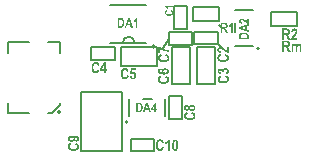
<source format=gto>
G04*
G04 #@! TF.GenerationSoftware,Altium Limited,Altium Designer,22.7.1 (60)*
G04*
G04 Layer_Color=65535*
%FSLAX43Y43*%
%MOMM*%
G71*
G04*
G04 #@! TF.SameCoordinates,DF1E0758-EE3D-4B36-99E4-D52E4057D36D*
G04*
G04*
G04 #@! TF.FilePolarity,Positive*
G04*
G01*
G75*
%ADD10C,0.200*%
%ADD11C,0.150*%
%ADD12C,0.127*%
G36*
X25371Y9405D02*
X25384Y9403D01*
X25400Y9399D01*
X25416Y9395D01*
X25433Y9388D01*
X25450Y9378D01*
X25452Y9377D01*
X25457Y9372D01*
X25464Y9367D01*
X25474Y9357D01*
X25484Y9346D01*
X25495Y9333D01*
X25505Y9316D01*
X25514Y9298D01*
X25515Y9295D01*
X25518Y9288D01*
X25521Y9277D01*
X25525Y9260D01*
X25529Y9237D01*
X25533Y9210D01*
X25535Y9178D01*
X25536Y9141D01*
Y8700D01*
X25385D01*
Y9095D01*
Y9096D01*
Y9099D01*
Y9105D01*
Y9112D01*
X25384Y9129D01*
X25383Y9151D01*
X25381Y9174D01*
X25378Y9196D01*
X25373Y9216D01*
X25370Y9224D01*
X25367Y9231D01*
X25366Y9233D01*
X25364Y9237D01*
X25359Y9243D01*
X25353Y9250D01*
X25345Y9255D01*
X25333Y9261D01*
X25321Y9265D01*
X25305Y9267D01*
X25297D01*
X25287Y9264D01*
X25275Y9261D01*
X25263Y9255D01*
X25249Y9247D01*
X25236Y9234D01*
X25223Y9219D01*
X25222Y9216D01*
X25219Y9209D01*
X25216Y9203D01*
X25213Y9196D01*
X25211Y9188D01*
X25209Y9178D01*
X25206Y9165D01*
X25204Y9153D01*
X25201Y9137D01*
X25198Y9120D01*
X25197Y9100D01*
X25195Y9079D01*
X25194Y9057D01*
Y9031D01*
Y8700D01*
X25043D01*
Y9078D01*
Y9079D01*
Y9083D01*
Y9089D01*
Y9096D01*
Y9105D01*
Y9116D01*
X25041Y9138D01*
X25040Y9162D01*
X25037Y9186D01*
X25034Y9207D01*
X25033Y9216D01*
X25030Y9223D01*
X25029Y9224D01*
X25027Y9230D01*
X25022Y9237D01*
X25016Y9246D01*
X25006Y9253D01*
X24995Y9260D01*
X24981Y9265D01*
X24964Y9267D01*
X24958D01*
X24953Y9265D01*
X24944Y9264D01*
X24934Y9261D01*
X24924Y9257D01*
X24915Y9251D01*
X24903Y9244D01*
X24902Y9243D01*
X24899Y9240D01*
X24893Y9234D01*
X24888Y9227D01*
X24881Y9219D01*
X24874Y9207D01*
X24868Y9195D01*
X24862Y9179D01*
Y9178D01*
X24861Y9171D01*
X24860Y9161D01*
X24857Y9145D01*
X24855Y9126D01*
X24853Y9100D01*
X24851Y9071D01*
Y9036D01*
Y8700D01*
X24700D01*
Y9391D01*
X24840D01*
Y9296D01*
X24841Y9299D01*
X24847Y9305D01*
X24854Y9315D01*
X24864Y9327D01*
X24875Y9340D01*
X24889Y9354D01*
X24905Y9367D01*
X24920Y9378D01*
X24922Y9379D01*
X24929Y9382D01*
X24937Y9387D01*
X24950Y9392D01*
X24964Y9398D01*
X24979Y9402D01*
X24998Y9405D01*
X25016Y9406D01*
X25026D01*
X25036Y9405D01*
X25049Y9403D01*
X25064Y9399D01*
X25080Y9395D01*
X25095Y9388D01*
X25111Y9378D01*
X25112Y9377D01*
X25118Y9372D01*
X25125Y9367D01*
X25135Y9358D01*
X25144Y9347D01*
X25156Y9333D01*
X25167Y9316D01*
X25177Y9296D01*
X25178Y9299D01*
X25184Y9305D01*
X25191Y9315D01*
X25201Y9327D01*
X25213Y9340D01*
X25226Y9354D01*
X25242Y9367D01*
X25257Y9378D01*
X25259Y9379D01*
X25264Y9382D01*
X25274Y9387D01*
X25285Y9392D01*
X25299Y9398D01*
X25315Y9402D01*
X25332Y9405D01*
X25350Y9406D01*
X25360D01*
X25371Y9405D01*
D02*
G37*
G36*
X24289Y9652D02*
X24301D01*
X24328Y9650D01*
X24358Y9646D01*
X24387Y9642D01*
X24416Y9635D01*
X24428Y9630D01*
X24440Y9626D01*
X24442Y9625D01*
X24449Y9622D01*
X24459Y9615D01*
X24472Y9605D01*
X24486Y9594D01*
X24500Y9578D01*
X24516Y9560D01*
X24530Y9537D01*
X24531Y9535D01*
X24535Y9526D01*
X24541Y9512D01*
X24548Y9495D01*
X24554Y9473D01*
X24559Y9446D01*
X24564Y9418D01*
X24565Y9385D01*
Y9384D01*
Y9381D01*
Y9374D01*
X24564Y9367D01*
Y9357D01*
X24562Y9346D01*
X24558Y9320D01*
X24552Y9292D01*
X24542Y9262D01*
X24528Y9233D01*
X24510Y9205D01*
Y9203D01*
X24507Y9202D01*
X24500Y9193D01*
X24487Y9182D01*
X24471Y9169D01*
X24449Y9154D01*
X24423Y9140D01*
X24393Y9129D01*
X24358Y9120D01*
X24361Y9119D01*
X24366Y9113D01*
X24376Y9106D01*
X24387Y9096D01*
X24400Y9085D01*
X24414Y9071D01*
X24428Y9055D01*
X24441Y9040D01*
X24442Y9038D01*
X24447Y9031D01*
X24455Y9020D01*
X24465Y9005D01*
X24478Y8983D01*
X24485Y8971D01*
X24493Y8957D01*
X24502Y8941D01*
X24511Y8924D01*
X24521Y8904D01*
X24531Y8885D01*
X24627Y8700D01*
X24437D01*
X24324Y8907D01*
Y8909D01*
X24321Y8913D01*
X24318Y8918D01*
X24314Y8926D01*
X24308Y8934D01*
X24303Y8944D01*
X24290Y8966D01*
X24276Y8990D01*
X24262Y9014D01*
X24256Y9024D01*
X24249Y9033D01*
X24244Y9041D01*
X24239Y9047D01*
X24238Y9048D01*
X24235Y9051D01*
X24231Y9057D01*
X24225Y9062D01*
X24211Y9075D01*
X24203Y9082D01*
X24193Y9086D01*
X24191D01*
X24189Y9088D01*
X24183Y9090D01*
X24175Y9092D01*
X24163Y9095D01*
X24149Y9096D01*
X24134Y9098D01*
X24083D01*
Y8700D01*
X23925D01*
Y9653D01*
X24279D01*
X24289Y9652D01*
D02*
G37*
G36*
X14675Y12484D02*
X14177D01*
X14178Y12483D01*
X14180Y12481D01*
X14183Y12478D01*
X14188Y12473D01*
X14193Y12468D01*
X14200Y12461D01*
X14207Y12453D01*
X14215Y12444D01*
X14231Y12423D01*
X14248Y12400D01*
X14264Y12372D01*
X14277Y12344D01*
X14157D01*
Y12345D01*
X14156Y12346D01*
X14154Y12352D01*
X14148Y12360D01*
X14142Y12372D01*
X14133Y12387D01*
X14122Y12402D01*
X14109Y12419D01*
X14092Y12438D01*
X14091Y12439D01*
X14090Y12440D01*
X14084Y12446D01*
X14074Y12454D01*
X14061Y12464D01*
X14046Y12475D01*
X14027Y12486D01*
X14007Y12497D01*
X13984Y12505D01*
Y12593D01*
X14675D01*
Y12484D01*
D02*
G37*
G36*
X14468Y12241D02*
X14474Y12239D01*
X14483Y12237D01*
X14492Y12234D01*
X14503Y12231D01*
X14515Y12227D01*
X14528Y12222D01*
X14556Y12209D01*
X14584Y12194D01*
X14611Y12177D01*
X14622Y12167D01*
X14633Y12155D01*
X14634Y12154D01*
X14635Y12152D01*
X14638Y12149D01*
X14641Y12144D01*
X14645Y12139D01*
X14650Y12132D01*
X14655Y12124D01*
X14660Y12115D01*
X14665Y12104D01*
X14670Y12093D01*
X14678Y12068D01*
X14684Y12039D01*
X14685Y12024D01*
X14686Y12008D01*
Y12003D01*
X14685Y11998D01*
Y11989D01*
X14683Y11980D01*
X14682Y11969D01*
X14679Y11957D01*
X14676Y11944D01*
X14671Y11929D01*
X14666Y11915D01*
X14659Y11901D01*
X14651Y11885D01*
X14640Y11870D01*
X14629Y11856D01*
X14617Y11842D01*
X14602Y11828D01*
X14601Y11827D01*
X14598Y11825D01*
X14591Y11821D01*
X14583Y11816D01*
X14574Y11810D01*
X14562Y11804D01*
X14548Y11797D01*
X14531Y11790D01*
X14514Y11782D01*
X14494Y11774D01*
X14472Y11768D01*
X14449Y11762D01*
X14423Y11757D01*
X14396Y11753D01*
X14367Y11751D01*
X14337Y11750D01*
X14336D01*
X14335D01*
X14329D01*
X14320Y11751D01*
X14308D01*
X14293Y11752D01*
X14276Y11754D01*
X14257Y11757D01*
X14237Y11760D01*
X14215Y11764D01*
X14192Y11769D01*
X14170Y11775D01*
X14146Y11784D01*
X14124Y11793D01*
X14103Y11803D01*
X14081Y11815D01*
X14062Y11829D01*
X14061Y11830D01*
X14058Y11833D01*
X14054Y11837D01*
X14049Y11842D01*
X14041Y11849D01*
X14034Y11857D01*
X14026Y11867D01*
X14018Y11878D01*
X14011Y11891D01*
X14003Y11905D01*
X13996Y11920D01*
X13988Y11936D01*
X13983Y11955D01*
X13979Y11973D01*
X13976Y11993D01*
X13975Y12015D01*
Y12024D01*
X13976Y12031D01*
X13977Y12039D01*
X13978Y12048D01*
X13980Y12059D01*
X13983Y12070D01*
X13992Y12095D01*
X13997Y12109D01*
X14003Y12122D01*
X14011Y12135D01*
X14020Y12148D01*
X14030Y12161D01*
X14041Y12174D01*
Y12175D01*
X14044Y12176D01*
X14047Y12178D01*
X14050Y12181D01*
X14055Y12185D01*
X14061Y12189D01*
X14068Y12194D01*
X14076Y12199D01*
X14085Y12204D01*
X14094Y12210D01*
X14106Y12215D01*
X14118Y12222D01*
X14132Y12227D01*
X14146Y12232D01*
X14162Y12237D01*
X14178Y12241D01*
X14211Y12128D01*
X14210D01*
X14209Y12127D01*
X14205D01*
X14201Y12126D01*
X14191Y12123D01*
X14179Y12119D01*
X14165Y12113D01*
X14150Y12104D01*
X14137Y12095D01*
X14125Y12084D01*
X14124Y12083D01*
X14120Y12079D01*
X14115Y12072D01*
X14110Y12063D01*
X14104Y12051D01*
X14100Y12039D01*
X14095Y12025D01*
X14094Y12009D01*
Y12003D01*
X14095Y11999D01*
X14097Y11987D01*
X14102Y11973D01*
X14108Y11957D01*
X14118Y11939D01*
X14124Y11931D01*
X14131Y11923D01*
X14139Y11915D01*
X14149Y11907D01*
X14150D01*
X14151Y11905D01*
X14156Y11904D01*
X14160Y11901D01*
X14166Y11898D01*
X14173Y11895D01*
X14182Y11892D01*
X14192Y11887D01*
X14203Y11883D01*
X14217Y11880D01*
X14232Y11877D01*
X14248Y11874D01*
X14266Y11872D01*
X14285Y11870D01*
X14306Y11868D01*
X14329D01*
X14330D01*
X14335D01*
X14341D01*
X14350Y11869D01*
X14360D01*
X14372Y11870D01*
X14386Y11871D01*
X14400Y11873D01*
X14431Y11877D01*
X14461Y11884D01*
X14475Y11889D01*
X14490Y11894D01*
X14502Y11900D01*
X14513Y11906D01*
X14514D01*
X14515Y11908D01*
X14521Y11913D01*
X14530Y11921D01*
X14540Y11933D01*
X14550Y11948D01*
X14559Y11964D01*
X14565Y11984D01*
X14566Y11994D01*
X14567Y12006D01*
Y12008D01*
X14566Y12013D01*
X14565Y12022D01*
X14563Y12032D01*
X14559Y12044D01*
X14553Y12058D01*
X14544Y12071D01*
X14532Y12083D01*
X14530Y12084D01*
X14525Y12088D01*
X14517Y12094D01*
X14505Y12101D01*
X14490Y12110D01*
X14470Y12117D01*
X14448Y12125D01*
X14420Y12131D01*
X14463Y12242D01*
X14464D01*
X14468Y12241D01*
D02*
G37*
G36*
X19375Y8593D02*
X19374D01*
X19371D01*
X19365Y8595D01*
X19358D01*
X19350Y8596D01*
X19340Y8599D01*
X19316Y8603D01*
X19289Y8609D01*
X19258Y8619D01*
X19226Y8630D01*
X19193Y8644D01*
X19192D01*
X19189Y8647D01*
X19185Y8648D01*
X19178Y8653D01*
X19169Y8658D01*
X19158Y8664D01*
X19147Y8672D01*
X19133Y8682D01*
X19117Y8692D01*
X19100Y8705D01*
X19082Y8717D01*
X19061Y8733D01*
X19039Y8750D01*
X19017Y8769D01*
X18992Y8789D01*
X18966Y8812D01*
X18965Y8813D01*
X18961Y8816D01*
X18955Y8822D01*
X18948Y8827D01*
X18939Y8836D01*
X18928Y8844D01*
X18904Y8864D01*
X18879Y8885D01*
X18855Y8905D01*
X18832Y8922D01*
X18822Y8929D01*
X18814Y8934D01*
X18811Y8936D01*
X18804Y8940D01*
X18793Y8946D01*
X18777Y8951D01*
X18760Y8957D01*
X18741Y8963D01*
X18719Y8967D01*
X18698Y8968D01*
X18697D01*
X18696D01*
X18688D01*
X18677Y8967D01*
X18663Y8965D01*
X18648Y8961D01*
X18632Y8957D01*
X18617Y8950D01*
X18604Y8940D01*
X18602Y8939D01*
X18598Y8934D01*
X18594Y8929D01*
X18587Y8920D01*
X18581Y8910D01*
X18577Y8898D01*
X18573Y8882D01*
X18571Y8867D01*
Y8863D01*
X18573Y8857D01*
X18574Y8851D01*
X18580Y8834D01*
X18584Y8826D01*
X18590Y8816D01*
X18598Y8806D01*
X18608Y8796D01*
X18619Y8788D01*
X18635Y8779D01*
X18652Y8772D01*
X18672Y8767D01*
X18694Y8762D01*
X18721Y8760D01*
X18701Y8610D01*
X18700D01*
X18694Y8612D01*
X18687D01*
X18677Y8613D01*
X18666Y8616D01*
X18652Y8617D01*
X18636Y8621D01*
X18619Y8626D01*
X18586Y8636D01*
X18550Y8650D01*
X18516Y8668D01*
X18502Y8678D01*
X18488Y8691D01*
X18487Y8692D01*
X18485Y8693D01*
X18481Y8698D01*
X18477Y8703D01*
X18473Y8710D01*
X18466Y8717D01*
X18453Y8738D01*
X18440Y8764D01*
X18431Y8795D01*
X18422Y8830D01*
X18421Y8850D01*
X18419Y8870D01*
Y8881D01*
X18421Y8889D01*
X18422Y8901D01*
X18423Y8912D01*
X18429Y8940D01*
X18439Y8970D01*
X18445Y8985D01*
X18453Y9001D01*
X18463Y9016D01*
X18473Y9030D01*
X18485Y9043D01*
X18500Y9056D01*
X18501Y9057D01*
X18504Y9058D01*
X18508Y9061D01*
X18514Y9066D01*
X18521Y9070D01*
X18531Y9075D01*
X18553Y9088D01*
X18580Y9099D01*
X18611Y9109D01*
X18645Y9116D01*
X18663Y9119D01*
X18683D01*
X18686D01*
X18693D01*
X18704Y9118D01*
X18719D01*
X18736Y9115D01*
X18756Y9112D01*
X18776Y9108D01*
X18797Y9102D01*
X18800D01*
X18807Y9099D01*
X18817Y9095D01*
X18831Y9091D01*
X18848Y9084D01*
X18866Y9075D01*
X18886Y9064D01*
X18907Y9053D01*
X18910Y9051D01*
X18917Y9047D01*
X18930Y9039D01*
X18945Y9027D01*
X18966Y9012D01*
X18990Y8992D01*
X19018Y8970D01*
X19049Y8943D01*
X19051Y8941D01*
X19052Y8940D01*
X19056Y8936D01*
X19062Y8932D01*
X19076Y8919D01*
X19093Y8905D01*
X19111Y8889D01*
X19128Y8874D01*
X19144Y8861D01*
X19156Y8851D01*
X19158Y8850D01*
X19161Y8848D01*
X19166Y8844D01*
X19172Y8840D01*
X19188Y8830D01*
X19206Y8820D01*
Y9119D01*
X19375D01*
Y8593D01*
D02*
G37*
G36*
X19089Y8510D02*
X19097Y8507D01*
X19109Y8504D01*
X19121Y8500D01*
X19137Y8496D01*
X19154Y8490D01*
X19172Y8483D01*
X19210Y8466D01*
X19250Y8445D01*
X19286Y8421D01*
X19302Y8407D01*
X19317Y8392D01*
X19319Y8390D01*
X19320Y8387D01*
X19324Y8383D01*
X19328Y8376D01*
X19334Y8369D01*
X19340Y8359D01*
X19347Y8348D01*
X19354Y8335D01*
X19361Y8321D01*
X19368Y8306D01*
X19379Y8270D01*
X19388Y8231D01*
X19389Y8210D01*
X19391Y8187D01*
Y8180D01*
X19389Y8173D01*
Y8162D01*
X19386Y8149D01*
X19385Y8134D01*
X19381Y8117D01*
X19376Y8098D01*
X19369Y8079D01*
X19362Y8059D01*
X19352Y8039D01*
X19341Y8018D01*
X19327Y7997D01*
X19312Y7977D01*
X19295Y7958D01*
X19274Y7939D01*
X19272Y7938D01*
X19268Y7935D01*
X19259Y7929D01*
X19248Y7922D01*
X19235Y7914D01*
X19219Y7905D01*
X19199Y7895D01*
X19176Y7886D01*
X19152Y7874D01*
X19124Y7864D01*
X19094Y7856D01*
X19062Y7848D01*
X19027Y7841D01*
X18989Y7835D01*
X18949Y7832D01*
X18907Y7831D01*
X18906D01*
X18904D01*
X18896D01*
X18883Y7832D01*
X18868D01*
X18846Y7833D01*
X18822Y7836D01*
X18797Y7841D01*
X18769Y7845D01*
X18738Y7850D01*
X18707Y7857D01*
X18676Y7866D01*
X18643Y7877D01*
X18612Y7890D01*
X18583Y7904D01*
X18553Y7921D01*
X18526Y7941D01*
X18525Y7942D01*
X18521Y7945D01*
X18515Y7950D01*
X18508Y7958D01*
X18498Y7967D01*
X18488Y7979D01*
X18477Y7993D01*
X18466Y8008D01*
X18456Y8025D01*
X18445Y8045D01*
X18435Y8066D01*
X18425Y8089D01*
X18418Y8114D01*
X18412Y8139D01*
X18408Y8168D01*
X18407Y8197D01*
Y8210D01*
X18408Y8220D01*
X18409Y8231D01*
X18411Y8244D01*
X18414Y8258D01*
X18418Y8273D01*
X18429Y8309D01*
X18436Y8327D01*
X18445Y8345D01*
X18456Y8364D01*
X18469Y8382D01*
X18483Y8400D01*
X18498Y8417D01*
Y8418D01*
X18501Y8420D01*
X18505Y8423D01*
X18509Y8427D01*
X18516Y8433D01*
X18525Y8438D01*
X18535Y8445D01*
X18546Y8452D01*
X18559Y8459D01*
X18571Y8468D01*
X18587Y8475D01*
X18604Y8483D01*
X18624Y8490D01*
X18643Y8497D01*
X18665Y8504D01*
X18687Y8510D01*
X18732Y8354D01*
X18731D01*
X18729Y8352D01*
X18725D01*
X18719Y8351D01*
X18705Y8347D01*
X18688Y8341D01*
X18669Y8333D01*
X18649Y8321D01*
X18631Y8309D01*
X18614Y8293D01*
X18612Y8292D01*
X18607Y8286D01*
X18600Y8276D01*
X18593Y8263D01*
X18584Y8248D01*
X18579Y8231D01*
X18573Y8211D01*
X18571Y8189D01*
Y8180D01*
X18573Y8175D01*
X18576Y8159D01*
X18581Y8139D01*
X18590Y8117D01*
X18604Y8093D01*
X18612Y8082D01*
X18622Y8070D01*
X18633Y8059D01*
X18648Y8048D01*
X18649D01*
X18650Y8045D01*
X18656Y8044D01*
X18662Y8039D01*
X18670Y8035D01*
X18680Y8031D01*
X18693Y8027D01*
X18707Y8021D01*
X18722Y8015D01*
X18741Y8011D01*
X18762Y8007D01*
X18784Y8003D01*
X18808Y8000D01*
X18835Y7997D01*
X18865Y7994D01*
X18896D01*
X18897D01*
X18904D01*
X18913D01*
X18925Y7996D01*
X18939D01*
X18956Y7997D01*
X18975Y7998D01*
X18994Y8001D01*
X19037Y8007D01*
X19079Y8017D01*
X19099Y8022D01*
X19118Y8029D01*
X19135Y8038D01*
X19151Y8046D01*
X19152D01*
X19154Y8049D01*
X19162Y8056D01*
X19175Y8067D01*
X19188Y8084D01*
X19202Y8104D01*
X19214Y8127D01*
X19223Y8155D01*
X19224Y8169D01*
X19226Y8184D01*
Y8187D01*
X19224Y8194D01*
X19223Y8207D01*
X19220Y8221D01*
X19214Y8238D01*
X19206Y8256D01*
X19193Y8275D01*
X19178Y8292D01*
X19175Y8293D01*
X19168Y8299D01*
X19156Y8307D01*
X19140Y8317D01*
X19118Y8328D01*
X19092Y8338D01*
X19061Y8349D01*
X19023Y8358D01*
X19082Y8512D01*
X19083D01*
X19089Y8510D01*
D02*
G37*
G36*
X19136Y7321D02*
X19148Y7319D01*
X19160Y7318D01*
X19174Y7315D01*
X19191Y7312D01*
X19225Y7302D01*
X19260Y7288D01*
X19279Y7280D01*
X19297Y7270D01*
X19314Y7257D01*
X19331Y7243D01*
X19332Y7242D01*
X19335Y7240D01*
X19339Y7235D01*
X19344Y7229D01*
X19351Y7222D01*
X19358Y7213D01*
X19373Y7191D01*
X19389Y7164D01*
X19403Y7133D01*
X19407Y7115D01*
X19411Y7096D01*
X19414Y7078D01*
X19416Y7058D01*
Y7048D01*
X19414Y7041D01*
X19413Y7033D01*
X19411Y7022D01*
X19407Y6998D01*
X19399Y6971D01*
X19384Y6941D01*
X19377Y6926D01*
X19368Y6912D01*
X19356Y6898D01*
X19344Y6884D01*
X19342Y6882D01*
X19341Y6881D01*
X19337Y6876D01*
X19331Y6872D01*
X19322Y6867D01*
X19314Y6861D01*
X19304Y6854D01*
X19291Y6847D01*
X19279Y6840D01*
X19263Y6833D01*
X19248Y6826D01*
X19229Y6819D01*
X19191Y6809D01*
X19146Y6802D01*
X19125Y6947D01*
X19127D01*
X19128D01*
X19136Y6948D01*
X19148Y6950D01*
X19163Y6954D01*
X19180Y6958D01*
X19197Y6965D01*
X19214Y6974D01*
X19228Y6984D01*
X19229Y6985D01*
X19234Y6989D01*
X19239Y6996D01*
X19245Y7005D01*
X19252Y7015D01*
X19258Y7027D01*
X19262Y7041D01*
X19263Y7057D01*
Y7065D01*
X19260Y7074D01*
X19258Y7084D01*
X19253Y7096D01*
X19246Y7110D01*
X19236Y7123D01*
X19222Y7136D01*
X19221Y7137D01*
X19214Y7141D01*
X19205Y7146D01*
X19191Y7153D01*
X19176Y7158D01*
X19155Y7163D01*
X19132Y7167D01*
X19105Y7168D01*
X19104D01*
X19103D01*
X19094D01*
X19081Y7167D01*
X19066Y7164D01*
X19049Y7161D01*
X19031Y7156D01*
X19012Y7147D01*
X18997Y7137D01*
X18995Y7136D01*
X18990Y7132D01*
X18984Y7125D01*
X18976Y7116D01*
X18969Y7105D01*
X18962Y7092D01*
X18957Y7078D01*
X18956Y7063D01*
Y7051D01*
X18957Y7044D01*
X18959Y7034D01*
X18962Y7022D01*
X18966Y7009D01*
X18970Y6995D01*
X18821Y7010D01*
Y7020D01*
X18819Y7032D01*
X18818Y7044D01*
X18814Y7060D01*
X18809Y7075D01*
X18801Y7089D01*
X18791Y7103D01*
X18790Y7105D01*
X18785Y7109D01*
X18777Y7115D01*
X18767Y7120D01*
X18754Y7126D01*
X18739Y7132D01*
X18721Y7136D01*
X18699Y7137D01*
X18697D01*
X18691D01*
X18682Y7136D01*
X18671Y7134D01*
X18660Y7132D01*
X18647Y7126D01*
X18635Y7120D01*
X18623Y7112D01*
X18622Y7110D01*
X18619Y7108D01*
X18615Y7102D01*
X18609Y7095D01*
X18604Y7087D01*
X18599Y7075D01*
X18596Y7063D01*
X18595Y7048D01*
Y7043D01*
X18596Y7034D01*
X18599Y7026D01*
X18604Y7016D01*
X18609Y7005D01*
X18616Y6993D01*
X18627Y6982D01*
X18629Y6981D01*
X18633Y6978D01*
X18642Y6974D01*
X18651Y6968D01*
X18664Y6962D01*
X18681Y6957D01*
X18699Y6953D01*
X18722Y6950D01*
X18694Y6812D01*
X18692D01*
X18688Y6813D01*
X18681Y6814D01*
X18673Y6816D01*
X18661Y6819D01*
X18650Y6821D01*
X18622Y6830D01*
X18591Y6841D01*
X18560Y6855D01*
X18530Y6874D01*
X18516Y6884D01*
X18505Y6895D01*
X18503Y6896D01*
X18502Y6898D01*
X18495Y6906D01*
X18485Y6920D01*
X18474Y6938D01*
X18464Y6961D01*
X18454Y6989D01*
X18447Y7020D01*
X18444Y7037D01*
Y7064D01*
X18446Y7072D01*
X18447Y7081D01*
X18448Y7091D01*
X18454Y7116D01*
X18463Y7143D01*
X18477Y7171D01*
X18485Y7185D01*
X18495Y7199D01*
X18506Y7212D01*
X18520Y7225D01*
X18522Y7226D01*
X18523Y7227D01*
X18527Y7230D01*
X18533Y7235D01*
X18540Y7239D01*
X18549Y7244D01*
X18570Y7257D01*
X18595Y7268D01*
X18623Y7278D01*
X18654Y7285D01*
X18671Y7288D01*
X18688D01*
X18691D01*
X18698D01*
X18711Y7287D01*
X18725Y7284D01*
X18743Y7281D01*
X18761Y7275D01*
X18781Y7268D01*
X18801Y7258D01*
X18804Y7257D01*
X18809Y7253D01*
X18818Y7247D01*
X18830Y7237D01*
X18843Y7226D01*
X18859Y7211D01*
X18874Y7194D01*
X18888Y7174D01*
Y7175D01*
X18890Y7177D01*
X18893Y7185D01*
X18897Y7196D01*
X18904Y7212D01*
X18915Y7229D01*
X18928Y7246D01*
X18945Y7263D01*
X18966Y7280D01*
X18969Y7281D01*
X18977Y7287D01*
X18990Y7294D01*
X19007Y7301D01*
X19028Y7309D01*
X19053Y7315D01*
X19083Y7321D01*
X19115Y7322D01*
X19117D01*
X19121D01*
X19128D01*
X19136Y7321D01*
D02*
G37*
G36*
X19114Y6704D02*
X19122Y6702D01*
X19134Y6699D01*
X19146Y6695D01*
X19162Y6690D01*
X19179Y6685D01*
X19197Y6678D01*
X19235Y6661D01*
X19275Y6640D01*
X19311Y6616D01*
X19327Y6602D01*
X19342Y6586D01*
X19344Y6585D01*
X19345Y6582D01*
X19349Y6578D01*
X19353Y6571D01*
X19359Y6563D01*
X19365Y6554D01*
X19372Y6542D01*
X19379Y6530D01*
X19386Y6516D01*
X19393Y6500D01*
X19404Y6465D01*
X19413Y6425D01*
X19414Y6404D01*
X19416Y6382D01*
Y6375D01*
X19414Y6368D01*
Y6356D01*
X19411Y6344D01*
X19410Y6328D01*
X19406Y6311D01*
X19401Y6293D01*
X19394Y6273D01*
X19387Y6253D01*
X19377Y6234D01*
X19366Y6212D01*
X19352Y6191D01*
X19337Y6172D01*
X19320Y6152D01*
X19299Y6134D01*
X19297Y6132D01*
X19293Y6129D01*
X19284Y6124D01*
X19273Y6117D01*
X19260Y6108D01*
X19244Y6100D01*
X19224Y6090D01*
X19201Y6080D01*
X19177Y6069D01*
X19149Y6059D01*
X19119Y6050D01*
X19087Y6042D01*
X19052Y6035D01*
X19014Y6029D01*
X18974Y6026D01*
X18932Y6025D01*
X18931D01*
X18929D01*
X18921D01*
X18908Y6026D01*
X18893D01*
X18871Y6028D01*
X18847Y6031D01*
X18822Y6035D01*
X18794Y6039D01*
X18763Y6045D01*
X18732Y6052D01*
X18701Y6060D01*
X18668Y6072D01*
X18637Y6084D01*
X18608Y6098D01*
X18578Y6115D01*
X18551Y6135D01*
X18550Y6136D01*
X18546Y6139D01*
X18540Y6145D01*
X18533Y6152D01*
X18523Y6162D01*
X18513Y6173D01*
X18502Y6187D01*
X18491Y6203D01*
X18481Y6220D01*
X18470Y6239D01*
X18460Y6260D01*
X18450Y6283D01*
X18443Y6308D01*
X18437Y6334D01*
X18433Y6362D01*
X18432Y6392D01*
Y6404D01*
X18433Y6414D01*
X18434Y6425D01*
X18436Y6438D01*
X18439Y6452D01*
X18443Y6468D01*
X18454Y6503D01*
X18461Y6521D01*
X18470Y6540D01*
X18481Y6558D01*
X18494Y6576D01*
X18508Y6595D01*
X18523Y6611D01*
Y6613D01*
X18526Y6614D01*
X18530Y6617D01*
X18534Y6621D01*
X18541Y6627D01*
X18550Y6633D01*
X18560Y6640D01*
X18571Y6647D01*
X18584Y6654D01*
X18596Y6662D01*
X18612Y6669D01*
X18629Y6678D01*
X18649Y6685D01*
X18668Y6692D01*
X18690Y6699D01*
X18712Y6704D01*
X18757Y6548D01*
X18756D01*
X18754Y6547D01*
X18750D01*
X18744Y6545D01*
X18730Y6541D01*
X18713Y6535D01*
X18694Y6527D01*
X18674Y6516D01*
X18656Y6503D01*
X18639Y6487D01*
X18637Y6486D01*
X18632Y6480D01*
X18625Y6470D01*
X18618Y6458D01*
X18609Y6442D01*
X18604Y6425D01*
X18598Y6406D01*
X18596Y6383D01*
Y6375D01*
X18598Y6369D01*
X18601Y6353D01*
X18606Y6334D01*
X18615Y6311D01*
X18629Y6287D01*
X18637Y6276D01*
X18647Y6265D01*
X18659Y6253D01*
X18673Y6242D01*
X18674D01*
X18675Y6239D01*
X18681Y6238D01*
X18687Y6234D01*
X18695Y6229D01*
X18705Y6225D01*
X18718Y6221D01*
X18732Y6215D01*
X18747Y6210D01*
X18766Y6205D01*
X18787Y6201D01*
X18809Y6197D01*
X18833Y6194D01*
X18860Y6191D01*
X18890Y6189D01*
X18921D01*
X18922D01*
X18929D01*
X18938D01*
X18950Y6190D01*
X18964D01*
X18981Y6191D01*
X19000Y6193D01*
X19019Y6196D01*
X19062Y6201D01*
X19104Y6211D01*
X19124Y6217D01*
X19143Y6224D01*
X19160Y6232D01*
X19176Y6241D01*
X19177D01*
X19179Y6244D01*
X19187Y6251D01*
X19200Y6262D01*
X19213Y6279D01*
X19227Y6298D01*
X19239Y6321D01*
X19248Y6349D01*
X19249Y6363D01*
X19251Y6379D01*
Y6382D01*
X19249Y6389D01*
X19248Y6401D01*
X19245Y6415D01*
X19239Y6432D01*
X19231Y6451D01*
X19218Y6469D01*
X19203Y6486D01*
X19200Y6487D01*
X19193Y6493D01*
X19181Y6501D01*
X19165Y6511D01*
X19143Y6523D01*
X19117Y6532D01*
X19086Y6544D01*
X19048Y6552D01*
X19107Y6706D01*
X19108D01*
X19114Y6704D01*
D02*
G37*
G36*
X8143Y7851D02*
X8154Y7850D01*
X8166Y7849D01*
X8180Y7846D01*
X8196Y7842D01*
X8230Y7831D01*
X8248Y7824D01*
X8266Y7815D01*
X8284Y7804D01*
X8302Y7792D01*
X8320Y7778D01*
X8337Y7763D01*
X8338D01*
X8340Y7760D01*
X8343Y7756D01*
X8347Y7752D01*
X8352Y7745D01*
X8358Y7736D01*
X8365Y7727D01*
X8372Y7715D01*
X8379Y7703D01*
X8387Y7690D01*
X8394Y7675D01*
X8402Y7659D01*
X8409Y7639D01*
X8416Y7620D01*
X8423Y7599D01*
X8429Y7577D01*
X8275Y7532D01*
Y7534D01*
X8273Y7535D01*
Y7539D01*
X8272Y7545D01*
X8268Y7559D01*
X8262Y7575D01*
X8254Y7595D01*
X8243Y7614D01*
X8230Y7632D01*
X8215Y7649D01*
X8214Y7650D01*
X8208Y7656D01*
X8198Y7663D01*
X8186Y7670D01*
X8171Y7678D01*
X8154Y7684D01*
X8134Y7689D01*
X8112Y7690D01*
X8104D01*
X8098Y7689D01*
X8083Y7686D01*
X8064Y7681D01*
X8042Y7672D01*
X8018Y7659D01*
X8007Y7650D01*
X7996Y7641D01*
X7985Y7629D01*
X7974Y7616D01*
Y7614D01*
X7971Y7613D01*
X7969Y7607D01*
X7965Y7602D01*
X7961Y7593D01*
X7957Y7584D01*
X7953Y7571D01*
X7947Y7557D01*
X7942Y7542D01*
X7938Y7524D01*
X7933Y7503D01*
X7929Y7481D01*
X7926Y7458D01*
X7924Y7431D01*
X7921Y7402D01*
Y7372D01*
Y7370D01*
Y7363D01*
Y7355D01*
X7922Y7342D01*
Y7329D01*
X7924Y7312D01*
X7925Y7294D01*
X7928Y7274D01*
X7933Y7233D01*
X7943Y7191D01*
X7949Y7172D01*
X7956Y7152D01*
X7964Y7136D01*
X7972Y7121D01*
Y7119D01*
X7975Y7118D01*
X7982Y7109D01*
X7993Y7097D01*
X8010Y7084D01*
X8029Y7071D01*
X8051Y7058D01*
X8079Y7050D01*
X8093Y7048D01*
X8108Y7047D01*
X8111D01*
X8118Y7048D01*
X8130Y7050D01*
X8144Y7053D01*
X8161Y7058D01*
X8179Y7066D01*
X8197Y7079D01*
X8214Y7094D01*
X8215Y7097D01*
X8220Y7104D01*
X8229Y7115D01*
X8239Y7132D01*
X8250Y7152D01*
X8259Y7179D01*
X8270Y7209D01*
X8279Y7247D01*
X8430Y7188D01*
Y7187D01*
X8429Y7182D01*
X8426Y7173D01*
X8423Y7162D01*
X8419Y7150D01*
X8415Y7134D01*
X8409Y7118D01*
X8402Y7100D01*
X8386Y7062D01*
X8365Y7023D01*
X8341Y6987D01*
X8327Y6972D01*
X8312Y6957D01*
X8311Y6955D01*
X8308Y6954D01*
X8304Y6950D01*
X8297Y6946D01*
X8290Y6940D01*
X8280Y6935D01*
X8269Y6928D01*
X8257Y6921D01*
X8243Y6914D01*
X8227Y6907D01*
X8193Y6896D01*
X8154Y6888D01*
X8133Y6886D01*
X8111Y6885D01*
X8104D01*
X8097Y6886D01*
X8086D01*
X8073Y6889D01*
X8058Y6890D01*
X8042Y6894D01*
X8024Y6899D01*
X8004Y6906D01*
X7985Y6912D01*
X7965Y6922D01*
X7944Y6933D01*
X7924Y6947D01*
X7904Y6962D01*
X7885Y6979D01*
X7867Y7000D01*
X7865Y7001D01*
X7863Y7005D01*
X7857Y7014D01*
X7850Y7025D01*
X7842Y7037D01*
X7834Y7054D01*
X7824Y7073D01*
X7814Y7096D01*
X7803Y7119D01*
X7793Y7147D01*
X7785Y7176D01*
X7777Y7208D01*
X7770Y7243D01*
X7764Y7280D01*
X7761Y7319D01*
X7760Y7360D01*
Y7362D01*
Y7363D01*
Y7372D01*
X7761Y7384D01*
Y7399D01*
X7763Y7420D01*
X7766Y7444D01*
X7770Y7469D01*
X7774Y7496D01*
X7779Y7527D01*
X7786Y7557D01*
X7795Y7588D01*
X7806Y7620D01*
X7818Y7650D01*
X7832Y7679D01*
X7849Y7709D01*
X7868Y7735D01*
X7870Y7736D01*
X7872Y7740D01*
X7878Y7746D01*
X7885Y7753D01*
X7895Y7763D01*
X7906Y7772D01*
X7920Y7783D01*
X7935Y7795D01*
X7951Y7804D01*
X7971Y7815D01*
X7992Y7825D01*
X8014Y7835D01*
X8039Y7842D01*
X8064Y7847D01*
X8092Y7851D01*
X8121Y7853D01*
X8133D01*
X8143Y7851D01*
D02*
G37*
G36*
X8961Y7247D02*
X9057D01*
Y7089D01*
X8961D01*
Y6900D01*
X8818D01*
Y7089D01*
X8503D01*
Y7245D01*
X8836Y7840D01*
X8961D01*
Y7247D01*
D02*
G37*
G36*
X10623Y7326D02*
X10634Y7325D01*
X10647Y7324D01*
X10661Y7321D01*
X10676Y7317D01*
X10711Y7306D01*
X10729Y7299D01*
X10747Y7290D01*
X10765Y7279D01*
X10783Y7267D01*
X10801Y7253D01*
X10818Y7238D01*
X10819D01*
X10820Y7235D01*
X10823Y7231D01*
X10827Y7227D01*
X10833Y7220D01*
X10838Y7211D01*
X10845Y7202D01*
X10852Y7190D01*
X10859Y7178D01*
X10867Y7166D01*
X10874Y7150D01*
X10883Y7134D01*
X10890Y7114D01*
X10897Y7095D01*
X10903Y7074D01*
X10909Y7052D01*
X10755Y7007D01*
Y7009D01*
X10754Y7010D01*
Y7014D01*
X10752Y7020D01*
X10748Y7034D01*
X10743Y7050D01*
X10734Y7070D01*
X10723Y7089D01*
X10711Y7107D01*
X10695Y7124D01*
X10694Y7125D01*
X10689Y7131D01*
X10679Y7138D01*
X10666Y7145D01*
X10651Y7153D01*
X10634Y7159D01*
X10615Y7164D01*
X10593Y7166D01*
X10585D01*
X10579Y7164D01*
X10564Y7161D01*
X10544Y7156D01*
X10522Y7147D01*
X10499Y7134D01*
X10487Y7125D01*
X10476Y7116D01*
X10465Y7104D01*
X10454Y7091D01*
Y7089D01*
X10451Y7088D01*
X10450Y7082D01*
X10446Y7077D01*
X10442Y7068D01*
X10438Y7059D01*
X10433Y7046D01*
X10428Y7032D01*
X10422Y7017D01*
X10418Y6999D01*
X10414Y6978D01*
X10410Y6956D01*
X10407Y6933D01*
X10404Y6906D01*
X10401Y6877D01*
Y6847D01*
Y6845D01*
Y6838D01*
Y6830D01*
X10403Y6817D01*
Y6804D01*
X10404Y6787D01*
X10406Y6769D01*
X10408Y6749D01*
X10414Y6708D01*
X10424Y6666D01*
X10429Y6647D01*
X10436Y6627D01*
X10444Y6611D01*
X10453Y6596D01*
Y6594D01*
X10456Y6593D01*
X10462Y6584D01*
X10474Y6572D01*
X10490Y6559D01*
X10510Y6546D01*
X10532Y6533D01*
X10560Y6525D01*
X10573Y6523D01*
X10589Y6522D01*
X10591D01*
X10598Y6523D01*
X10611Y6525D01*
X10625Y6528D01*
X10641Y6533D01*
X10659Y6541D01*
X10677Y6554D01*
X10694Y6569D01*
X10695Y6572D01*
X10701Y6579D01*
X10709Y6590D01*
X10719Y6607D01*
X10730Y6627D01*
X10740Y6654D01*
X10751Y6684D01*
X10759Y6722D01*
X10910Y6663D01*
Y6662D01*
X10909Y6657D01*
X10906Y6648D01*
X10903Y6637D01*
X10899Y6625D01*
X10895Y6609D01*
X10890Y6593D01*
X10883Y6575D01*
X10866Y6537D01*
X10845Y6498D01*
X10822Y6462D01*
X10808Y6447D01*
X10793Y6432D01*
X10791Y6430D01*
X10788Y6429D01*
X10784Y6425D01*
X10777Y6421D01*
X10770Y6415D01*
X10761Y6410D01*
X10750Y6403D01*
X10737Y6396D01*
X10723Y6389D01*
X10708Y6382D01*
X10673Y6371D01*
X10634Y6363D01*
X10614Y6361D01*
X10591Y6360D01*
X10585D01*
X10578Y6361D01*
X10566D01*
X10554Y6364D01*
X10539Y6365D01*
X10522Y6369D01*
X10504Y6374D01*
X10485Y6381D01*
X10465Y6387D01*
X10446Y6397D01*
X10425Y6408D01*
X10404Y6422D01*
X10385Y6437D01*
X10365Y6454D01*
X10347Y6475D01*
X10346Y6476D01*
X10343Y6480D01*
X10338Y6489D01*
X10331Y6500D01*
X10322Y6512D01*
X10314Y6529D01*
X10304Y6548D01*
X10295Y6571D01*
X10284Y6594D01*
X10274Y6622D01*
X10266Y6651D01*
X10257Y6683D01*
X10250Y6718D01*
X10245Y6755D01*
X10242Y6794D01*
X10241Y6835D01*
Y6837D01*
Y6838D01*
Y6847D01*
X10242Y6859D01*
Y6874D01*
X10243Y6895D01*
X10246Y6919D01*
X10250Y6944D01*
X10254Y6971D01*
X10260Y7002D01*
X10267Y7032D01*
X10275Y7063D01*
X10286Y7095D01*
X10299Y7125D01*
X10313Y7154D01*
X10329Y7184D01*
X10349Y7210D01*
X10350Y7211D01*
X10353Y7215D01*
X10358Y7221D01*
X10365Y7228D01*
X10375Y7238D01*
X10386Y7247D01*
X10400Y7258D01*
X10415Y7270D01*
X10432Y7279D01*
X10451Y7290D01*
X10472Y7300D01*
X10494Y7310D01*
X10519Y7317D01*
X10544Y7322D01*
X10572Y7326D01*
X10601Y7328D01*
X10614D01*
X10623Y7326D01*
D02*
G37*
G36*
X11494Y7132D02*
X11217D01*
X11192Y6971D01*
X11195Y6973D01*
X11200Y6977D01*
X11210Y6981D01*
X11224Y6988D01*
X11239Y6994D01*
X11256Y6998D01*
X11274Y7002D01*
X11293Y7003D01*
X11302D01*
X11308Y7002D01*
X11317Y7000D01*
X11325Y6999D01*
X11347Y6995D01*
X11371Y6985D01*
X11397Y6973D01*
X11411Y6964D01*
X11424Y6955D01*
X11436Y6944D01*
X11449Y6931D01*
X11450Y6930D01*
X11453Y6927D01*
X11455Y6921D01*
X11461Y6914D01*
X11467Y6905D01*
X11473Y6894D01*
X11482Y6881D01*
X11489Y6867D01*
X11496Y6851D01*
X11504Y6833D01*
X11511Y6812D01*
X11516Y6791D01*
X11522Y6767D01*
X11526Y6744D01*
X11528Y6718D01*
X11529Y6690D01*
Y6688D01*
Y6684D01*
Y6677D01*
X11528Y6669D01*
Y6658D01*
X11525Y6645D01*
X11523Y6632D01*
X11521Y6615D01*
X11512Y6580D01*
X11500Y6541D01*
X11491Y6522D01*
X11483Y6503D01*
X11472Y6482D01*
X11460Y6462D01*
X11458Y6461D01*
X11457Y6458D01*
X11453Y6453D01*
X11447Y6446D01*
X11440Y6439D01*
X11432Y6430D01*
X11421Y6421D01*
X11410Y6411D01*
X11397Y6401D01*
X11382Y6392D01*
X11367Y6383D01*
X11349Y6376D01*
X11331Y6369D01*
X11310Y6364D01*
X11289Y6361D01*
X11265Y6360D01*
X11256D01*
X11249Y6361D01*
X11240D01*
X11229Y6364D01*
X11206Y6368D01*
X11179Y6376D01*
X11150Y6387D01*
X11123Y6404D01*
X11109Y6415D01*
X11095Y6426D01*
X11093Y6428D01*
X11092Y6429D01*
X11088Y6433D01*
X11084Y6439D01*
X11078Y6446D01*
X11073Y6454D01*
X11066Y6464D01*
X11059Y6475D01*
X11052Y6487D01*
X11045Y6503D01*
X11038Y6518D01*
X11031Y6534D01*
X11026Y6553D01*
X11020Y6573D01*
X11013Y6616D01*
X11160Y6636D01*
Y6633D01*
X11161Y6626D01*
X11164Y6614D01*
X11167Y6600D01*
X11171Y6584D01*
X11178Y6569D01*
X11186Y6553D01*
X11197Y6539D01*
X11199Y6537D01*
X11203Y6533D01*
X11210Y6528D01*
X11218Y6522D01*
X11228Y6515D01*
X11240Y6510D01*
X11253Y6505D01*
X11267Y6504D01*
X11268D01*
X11275Y6505D01*
X11283Y6507D01*
X11293Y6510D01*
X11306Y6515D01*
X11320Y6523D01*
X11332Y6533D01*
X11344Y6548D01*
X11346Y6551D01*
X11350Y6557D01*
X11356Y6568D01*
X11361Y6582D01*
X11367Y6601D01*
X11372Y6625D01*
X11376Y6654D01*
X11378Y6686D01*
Y6687D01*
Y6690D01*
Y6694D01*
Y6701D01*
X11376Y6716D01*
X11374Y6736D01*
X11369Y6756D01*
X11364Y6779D01*
X11356Y6798D01*
X11344Y6816D01*
X11343Y6817D01*
X11339Y6823D01*
X11332Y6830D01*
X11322Y6838D01*
X11311Y6845D01*
X11296Y6852D01*
X11281Y6858D01*
X11263Y6859D01*
X11260D01*
X11252Y6858D01*
X11240Y6855D01*
X11225Y6851D01*
X11207Y6842D01*
X11188Y6830D01*
X11178Y6823D01*
X11168Y6813D01*
X11159Y6804D01*
X11149Y6791D01*
X11030Y6812D01*
X11105Y7300D01*
X11494D01*
Y7132D01*
D02*
G37*
G36*
X14044Y7299D02*
X14057Y7298D01*
X14073Y7296D01*
X14088Y7295D01*
X14106Y7292D01*
X14143Y7282D01*
X14183Y7269D01*
X14202Y7261D01*
X14221Y7251D01*
X14239Y7240D01*
X14256Y7227D01*
X14257Y7226D01*
X14260Y7224D01*
X14264Y7220D01*
X14269Y7214D01*
X14276Y7207D01*
X14283Y7199D01*
X14298Y7178D01*
X14314Y7152D01*
X14328Y7121D01*
X14332Y7104D01*
X14336Y7086D01*
X14339Y7068D01*
X14340Y7048D01*
Y7042D01*
X14339Y7037D01*
Y7028D01*
X14338Y7018D01*
X14335Y7007D01*
X14326Y6980D01*
X14321Y6965D01*
X14314Y6949D01*
X14305Y6932D01*
X14294Y6917D01*
X14281Y6900D01*
X14267Y6885D01*
X14250Y6869D01*
X14231Y6853D01*
X14229Y6852D01*
X14225Y6851D01*
X14218Y6846D01*
X14209Y6842D01*
X14197Y6837D01*
X14181Y6830D01*
X14164Y6822D01*
X14143Y6815D01*
X14119Y6808D01*
X14091Y6801D01*
X14061Y6796D01*
X14028Y6789D01*
X13991Y6784D01*
X13951Y6780D01*
X13908Y6779D01*
X13861Y6777D01*
X13860D01*
X13858D01*
X13850D01*
X13836D01*
X13819Y6779D01*
X13796Y6780D01*
X13772Y6782D01*
X13746Y6784D01*
X13716Y6787D01*
X13654Y6797D01*
X13592Y6811D01*
X13562Y6820D01*
X13534Y6831D01*
X13507Y6842D01*
X13485Y6856D01*
X13483Y6858D01*
X13479Y6861D01*
X13474Y6865D01*
X13466Y6870D01*
X13458Y6879D01*
X13448Y6889D01*
X13438Y6900D01*
X13427Y6913D01*
X13416Y6927D01*
X13406Y6942D01*
X13388Y6978D01*
X13380Y6997D01*
X13373Y7017D01*
X13371Y7040D01*
X13369Y7062D01*
Y7071D01*
X13371Y7076D01*
X13372Y7093D01*
X13376Y7113D01*
X13383Y7137D01*
X13395Y7161D01*
X13409Y7186D01*
X13428Y7209D01*
X13431Y7212D01*
X13440Y7219D01*
X13454Y7228D01*
X13472Y7241D01*
X13498Y7254D01*
X13529Y7267D01*
X13564Y7276D01*
X13606Y7285D01*
X13626Y7140D01*
X13624D01*
X13622D01*
X13616Y7138D01*
X13609Y7137D01*
X13592Y7133D01*
X13572Y7124D01*
X13554Y7114D01*
X13537Y7099D01*
X13530Y7089D01*
X13524Y7079D01*
X13521Y7066D01*
X13520Y7054D01*
Y7052D01*
X13521Y7045D01*
X13523Y7037D01*
X13527Y7025D01*
X13533Y7013D01*
X13543Y7000D01*
X13555Y6986D01*
X13574Y6973D01*
X13576Y6972D01*
X13579Y6971D01*
X13585Y6968D01*
X13591Y6966D01*
X13599Y6962D01*
X13609Y6959D01*
X13620Y6956D01*
X13634Y6952D01*
X13650Y6949D01*
X13668Y6945D01*
X13688Y6942D01*
X13709Y6939D01*
X13733Y6937D01*
X13760Y6934D01*
X13789Y6932D01*
X13788Y6934D01*
X13782Y6938D01*
X13775Y6944D01*
X13767Y6951D01*
X13757Y6961D01*
X13747Y6971D01*
X13737Y6982D01*
X13729Y6994D01*
X13727Y6996D01*
X13726Y7000D01*
X13722Y7009D01*
X13717Y7017D01*
X13715Y7028D01*
X13710Y7042D01*
X13709Y7056D01*
X13708Y7072D01*
Y7080D01*
X13709Y7088D01*
X13710Y7096D01*
X13712Y7104D01*
X13719Y7127D01*
X13729Y7151D01*
X13736Y7165D01*
X13744Y7178D01*
X13754Y7192D01*
X13765Y7205D01*
X13778Y7219D01*
X13794Y7231D01*
X13795Y7233D01*
X13798Y7234D01*
X13802Y7238D01*
X13809Y7243D01*
X13818Y7247D01*
X13827Y7254D01*
X13840Y7260D01*
X13854Y7267D01*
X13870Y7272D01*
X13887Y7279D01*
X13905Y7285D01*
X13925Y7289D01*
X13947Y7295D01*
X13970Y7298D01*
X13995Y7299D01*
X14021Y7300D01*
X14022D01*
X14028D01*
X14035D01*
X14044Y7299D01*
D02*
G37*
G36*
X14039Y6674D02*
X14047Y6672D01*
X14059Y6669D01*
X14071Y6665D01*
X14087Y6660D01*
X14104Y6655D01*
X14122Y6648D01*
X14160Y6631D01*
X14200Y6610D01*
X14236Y6586D01*
X14252Y6572D01*
X14267Y6556D01*
X14269Y6555D01*
X14270Y6552D01*
X14274Y6548D01*
X14278Y6541D01*
X14284Y6534D01*
X14290Y6524D01*
X14297Y6512D01*
X14304Y6500D01*
X14311Y6486D01*
X14318Y6470D01*
X14329Y6435D01*
X14338Y6395D01*
X14339Y6374D01*
X14340Y6352D01*
Y6345D01*
X14339Y6338D01*
Y6326D01*
X14336Y6314D01*
X14335Y6298D01*
X14331Y6281D01*
X14326Y6263D01*
X14319Y6243D01*
X14312Y6223D01*
X14302Y6204D01*
X14291Y6182D01*
X14277Y6161D01*
X14262Y6142D01*
X14245Y6122D01*
X14224Y6104D01*
X14222Y6102D01*
X14218Y6099D01*
X14209Y6094D01*
X14198Y6087D01*
X14185Y6078D01*
X14169Y6070D01*
X14149Y6060D01*
X14126Y6050D01*
X14102Y6039D01*
X14074Y6029D01*
X14044Y6020D01*
X14012Y6012D01*
X13977Y6005D01*
X13939Y5999D01*
X13899Y5996D01*
X13857Y5995D01*
X13856D01*
X13854D01*
X13846D01*
X13833Y5996D01*
X13818D01*
X13796Y5998D01*
X13772Y6001D01*
X13747Y6005D01*
X13719Y6009D01*
X13688Y6015D01*
X13657Y6022D01*
X13626Y6030D01*
X13593Y6042D01*
X13562Y6054D01*
X13533Y6068D01*
X13503Y6085D01*
X13476Y6105D01*
X13475Y6106D01*
X13471Y6109D01*
X13465Y6115D01*
X13458Y6122D01*
X13448Y6132D01*
X13438Y6143D01*
X13427Y6157D01*
X13416Y6173D01*
X13406Y6190D01*
X13395Y6209D01*
X13385Y6230D01*
X13375Y6253D01*
X13368Y6278D01*
X13362Y6304D01*
X13358Y6332D01*
X13357Y6362D01*
Y6374D01*
X13358Y6384D01*
X13359Y6395D01*
X13361Y6408D01*
X13364Y6422D01*
X13368Y6438D01*
X13379Y6473D01*
X13386Y6491D01*
X13395Y6510D01*
X13406Y6528D01*
X13419Y6546D01*
X13433Y6565D01*
X13448Y6581D01*
Y6583D01*
X13451Y6584D01*
X13455Y6587D01*
X13459Y6591D01*
X13466Y6597D01*
X13475Y6603D01*
X13485Y6610D01*
X13496Y6617D01*
X13509Y6624D01*
X13521Y6632D01*
X13537Y6639D01*
X13554Y6648D01*
X13574Y6655D01*
X13593Y6662D01*
X13615Y6669D01*
X13637Y6674D01*
X13682Y6518D01*
X13681D01*
X13679Y6517D01*
X13675D01*
X13669Y6515D01*
X13655Y6511D01*
X13638Y6505D01*
X13619Y6497D01*
X13599Y6486D01*
X13581Y6473D01*
X13564Y6457D01*
X13562Y6456D01*
X13557Y6450D01*
X13550Y6440D01*
X13543Y6428D01*
X13534Y6412D01*
X13529Y6395D01*
X13523Y6376D01*
X13521Y6353D01*
Y6345D01*
X13523Y6339D01*
X13526Y6323D01*
X13531Y6304D01*
X13540Y6281D01*
X13554Y6257D01*
X13562Y6246D01*
X13572Y6235D01*
X13583Y6223D01*
X13598Y6212D01*
X13599D01*
X13600Y6209D01*
X13606Y6208D01*
X13612Y6204D01*
X13620Y6199D01*
X13630Y6195D01*
X13643Y6191D01*
X13657Y6185D01*
X13672Y6180D01*
X13691Y6175D01*
X13712Y6171D01*
X13734Y6167D01*
X13758Y6164D01*
X13785Y6161D01*
X13815Y6159D01*
X13846D01*
X13847D01*
X13854D01*
X13863D01*
X13875Y6160D01*
X13889D01*
X13906Y6161D01*
X13925Y6163D01*
X13944Y6166D01*
X13987Y6171D01*
X14029Y6181D01*
X14049Y6187D01*
X14068Y6194D01*
X14085Y6202D01*
X14101Y6211D01*
X14102D01*
X14104Y6214D01*
X14112Y6221D01*
X14125Y6232D01*
X14138Y6249D01*
X14152Y6268D01*
X14164Y6291D01*
X14173Y6319D01*
X14174Y6333D01*
X14176Y6349D01*
Y6352D01*
X14174Y6359D01*
X14173Y6371D01*
X14170Y6385D01*
X14164Y6402D01*
X14156Y6421D01*
X14143Y6439D01*
X14128Y6456D01*
X14125Y6457D01*
X14118Y6463D01*
X14106Y6471D01*
X14090Y6481D01*
X14068Y6493D01*
X14042Y6502D01*
X14011Y6514D01*
X13973Y6522D01*
X14032Y6676D01*
X14033D01*
X14039Y6674D01*
D02*
G37*
G36*
X13546Y9116D02*
X13552Y9113D01*
X13558Y9108D01*
X13566Y9102D01*
X13575Y9095D01*
X13586Y9088D01*
X13599Y9080D01*
X13614Y9070D01*
X13630Y9060D01*
X13648Y9050D01*
X13666Y9039D01*
X13687Y9027D01*
X13710Y9015D01*
X13734Y9004D01*
X13759Y8991D01*
X13761D01*
X13765Y8988D01*
X13773Y8985D01*
X13783Y8980D01*
X13796Y8975D01*
X13811Y8968D01*
X13830Y8961D01*
X13850Y8954D01*
X13871Y8946D01*
X13893Y8937D01*
X13919Y8930D01*
X13945Y8922D01*
X14000Y8905D01*
X14060Y8891D01*
X14061D01*
X14067Y8889D01*
X14075Y8888D01*
X14086Y8885D01*
X14100Y8882D01*
X14117Y8879D01*
X14136Y8877D01*
X14155Y8874D01*
X14178Y8870D01*
X14201Y8867D01*
X14250Y8861D01*
X14301Y8857D01*
X14350Y8855D01*
Y8712D01*
X14347D01*
X14342D01*
X14330Y8713D01*
X14315D01*
X14296Y8715D01*
X14275Y8716D01*
X14250Y8719D01*
X14223Y8722D01*
X14194Y8726D01*
X14163Y8730D01*
X14129Y8736D01*
X14093Y8741D01*
X14020Y8757D01*
X13945Y8778D01*
X13943Y8779D01*
X13937Y8781D01*
X13926Y8785D01*
X13912Y8789D01*
X13893Y8796D01*
X13872Y8803D01*
X13850Y8813D01*
X13823Y8823D01*
X13796Y8834D01*
X13766Y8847D01*
X13706Y8877D01*
X13641Y8909D01*
X13579Y8947D01*
Y8607D01*
X13410D01*
Y9119D01*
X13544D01*
X13545D01*
X13546Y9116D01*
D02*
G37*
G36*
X14064Y8504D02*
X14072Y8502D01*
X14084Y8499D01*
X14096Y8495D01*
X14112Y8490D01*
X14129Y8485D01*
X14147Y8478D01*
X14185Y8461D01*
X14225Y8440D01*
X14261Y8416D01*
X14277Y8402D01*
X14292Y8386D01*
X14294Y8385D01*
X14295Y8382D01*
X14299Y8378D01*
X14303Y8371D01*
X14309Y8364D01*
X14315Y8354D01*
X14322Y8342D01*
X14329Y8330D01*
X14336Y8316D01*
X14343Y8300D01*
X14354Y8265D01*
X14363Y8225D01*
X14364Y8204D01*
X14366Y8182D01*
Y8175D01*
X14364Y8168D01*
Y8156D01*
X14361Y8144D01*
X14360Y8128D01*
X14356Y8111D01*
X14351Y8093D01*
X14344Y8073D01*
X14337Y8053D01*
X14327Y8034D01*
X14316Y8012D01*
X14302Y7991D01*
X14287Y7972D01*
X14270Y7952D01*
X14248Y7934D01*
X14247Y7932D01*
X14243Y7929D01*
X14234Y7924D01*
X14223Y7917D01*
X14210Y7908D01*
X14194Y7900D01*
X14174Y7890D01*
X14151Y7880D01*
X14127Y7869D01*
X14099Y7859D01*
X14069Y7850D01*
X14037Y7842D01*
X14002Y7835D01*
X13964Y7829D01*
X13924Y7826D01*
X13882Y7825D01*
X13881D01*
X13879D01*
X13871D01*
X13858Y7826D01*
X13843D01*
X13821Y7828D01*
X13797Y7831D01*
X13772Y7835D01*
X13744Y7839D01*
X13713Y7845D01*
X13682Y7852D01*
X13651Y7860D01*
X13618Y7872D01*
X13587Y7884D01*
X13558Y7898D01*
X13528Y7915D01*
X13501Y7935D01*
X13500Y7936D01*
X13496Y7939D01*
X13490Y7945D01*
X13483Y7952D01*
X13473Y7962D01*
X13463Y7973D01*
X13452Y7987D01*
X13441Y8003D01*
X13431Y8020D01*
X13420Y8039D01*
X13410Y8060D01*
X13400Y8083D01*
X13393Y8108D01*
X13387Y8134D01*
X13383Y8162D01*
X13382Y8192D01*
Y8204D01*
X13383Y8214D01*
X13384Y8225D01*
X13386Y8238D01*
X13389Y8252D01*
X13393Y8268D01*
X13404Y8303D01*
X13411Y8321D01*
X13420Y8340D01*
X13431Y8358D01*
X13444Y8376D01*
X13458Y8395D01*
X13473Y8411D01*
Y8413D01*
X13476Y8414D01*
X13480Y8417D01*
X13484Y8421D01*
X13491Y8427D01*
X13500Y8433D01*
X13510Y8440D01*
X13521Y8447D01*
X13534Y8454D01*
X13546Y8462D01*
X13562Y8469D01*
X13579Y8478D01*
X13599Y8485D01*
X13618Y8492D01*
X13640Y8499D01*
X13662Y8504D01*
X13707Y8348D01*
X13706D01*
X13704Y8347D01*
X13700D01*
X13694Y8345D01*
X13680Y8341D01*
X13663Y8335D01*
X13644Y8327D01*
X13624Y8316D01*
X13606Y8303D01*
X13589Y8287D01*
X13587Y8286D01*
X13582Y8280D01*
X13575Y8270D01*
X13568Y8258D01*
X13559Y8242D01*
X13554Y8225D01*
X13548Y8206D01*
X13546Y8183D01*
Y8175D01*
X13548Y8169D01*
X13551Y8153D01*
X13556Y8134D01*
X13565Y8111D01*
X13579Y8087D01*
X13587Y8076D01*
X13597Y8065D01*
X13608Y8053D01*
X13623Y8042D01*
X13624D01*
X13625Y8039D01*
X13631Y8038D01*
X13637Y8034D01*
X13645Y8029D01*
X13655Y8025D01*
X13668Y8021D01*
X13682Y8015D01*
X13697Y8010D01*
X13716Y8005D01*
X13737Y8001D01*
X13759Y7997D01*
X13783Y7994D01*
X13810Y7991D01*
X13840Y7989D01*
X13871D01*
X13872D01*
X13879D01*
X13888D01*
X13900Y7990D01*
X13914D01*
X13931Y7991D01*
X13950Y7993D01*
X13969Y7996D01*
X14012Y8001D01*
X14054Y8011D01*
X14074Y8017D01*
X14093Y8024D01*
X14110Y8032D01*
X14126Y8041D01*
X14127D01*
X14129Y8043D01*
X14137Y8051D01*
X14150Y8062D01*
X14163Y8079D01*
X14177Y8098D01*
X14189Y8121D01*
X14198Y8149D01*
X14199Y8163D01*
X14201Y8179D01*
Y8182D01*
X14199Y8189D01*
X14198Y8201D01*
X14195Y8215D01*
X14189Y8232D01*
X14181Y8251D01*
X14168Y8269D01*
X14153Y8286D01*
X14150Y8287D01*
X14143Y8293D01*
X14132Y8301D01*
X14115Y8311D01*
X14093Y8323D01*
X14067Y8332D01*
X14036Y8344D01*
X13998Y8352D01*
X14057Y8506D01*
X14058D01*
X14064Y8504D01*
D02*
G37*
G36*
X16293Y4219D02*
X16302D01*
X16323Y4216D01*
X16348Y4212D01*
X16374Y4206D01*
X16401Y4198D01*
X16427Y4187D01*
X16429D01*
X16430Y4185D01*
X16439Y4181D01*
X16450Y4174D01*
X16465Y4163D01*
X16482Y4150D01*
X16499Y4135D01*
X16516Y4118D01*
X16530Y4096D01*
X16532Y4094D01*
X16536Y4087D01*
X16542Y4074D01*
X16547Y4058D01*
X16554Y4040D01*
X16560Y4018D01*
X16564Y3994D01*
X16566Y3967D01*
Y3955D01*
X16564Y3948D01*
X16563Y3939D01*
X16561Y3927D01*
X16556Y3902D01*
X16547Y3872D01*
X16533Y3841D01*
X16523Y3826D01*
X16513Y3810D01*
X16502Y3795D01*
X16488Y3781D01*
X16487Y3779D01*
X16484Y3778D01*
X16480Y3774D01*
X16474Y3769D01*
X16465Y3764D01*
X16456Y3758D01*
X16444Y3751D01*
X16432Y3744D01*
X16418Y3737D01*
X16402Y3730D01*
X16384Y3724D01*
X16365Y3719D01*
X16323Y3710D01*
X16301Y3709D01*
X16277Y3707D01*
X16275D01*
X16272D01*
X16268D01*
X16262D01*
X16247Y3709D01*
X16226Y3712D01*
X16203Y3716D01*
X16179Y3721D01*
X16154Y3729D01*
X16130Y3740D01*
X16129D01*
X16127Y3741D01*
X16120Y3745D01*
X16109Y3754D01*
X16095Y3765D01*
X16079Y3778D01*
X16064Y3795D01*
X16048Y3815D01*
X16035Y3837D01*
X16034Y3834D01*
X16030Y3829D01*
X16024Y3819D01*
X16016Y3806D01*
X16004Y3792D01*
X15990Y3779D01*
X15975Y3765D01*
X15958Y3754D01*
X15955Y3753D01*
X15950Y3750D01*
X15938Y3745D01*
X15924Y3741D01*
X15907Y3736D01*
X15887Y3731D01*
X15865Y3729D01*
X15840Y3727D01*
X15838D01*
X15834D01*
X15828D01*
X15821Y3729D01*
X15811D01*
X15800Y3730D01*
X15776Y3736D01*
X15747Y3743D01*
X15717Y3754D01*
X15689Y3769D01*
X15675Y3779D01*
X15662Y3791D01*
X15661Y3792D01*
X15659Y3793D01*
X15656Y3798D01*
X15651Y3802D01*
X15641Y3816D01*
X15628Y3836D01*
X15615Y3860D01*
X15604Y3889D01*
X15597Y3923D01*
X15596Y3941D01*
X15594Y3961D01*
Y3972D01*
X15596Y3979D01*
X15597Y3989D01*
X15598Y4001D01*
X15603Y4026D01*
X15611Y4054D01*
X15624Y4082D01*
X15632Y4096D01*
X15642Y4111D01*
X15653Y4123D01*
X15666Y4135D01*
X15668Y4136D01*
X15669Y4137D01*
X15673Y4140D01*
X15679Y4144D01*
X15686Y4149D01*
X15694Y4154D01*
X15714Y4166D01*
X15739Y4175D01*
X15769Y4185D01*
X15801Y4192D01*
X15820Y4195D01*
X15838D01*
X15840D01*
X15841D01*
X15849D01*
X15862Y4194D01*
X15879Y4191D01*
X15897Y4188D01*
X15917Y4182D01*
X15938Y4175D01*
X15958Y4166D01*
X15961Y4164D01*
X15966Y4160D01*
X15975Y4154D01*
X15986Y4144D01*
X15999Y4133D01*
X16012Y4120D01*
X16024Y4104D01*
X16035Y4087D01*
Y4088D01*
X16037Y4089D01*
X16041Y4098D01*
X16048Y4109D01*
X16059Y4125D01*
X16072Y4140D01*
X16088Y4157D01*
X16106Y4173D01*
X16127Y4187D01*
X16130Y4188D01*
X16137Y4192D01*
X16150Y4198D01*
X16167Y4204D01*
X16188Y4209D01*
X16212Y4215D01*
X16240Y4219D01*
X16271Y4221D01*
X16272D01*
X16275D01*
X16279D01*
X16286D01*
X16293Y4219D01*
D02*
G37*
G36*
X16264Y3604D02*
X16272Y3602D01*
X16284Y3599D01*
X16296Y3595D01*
X16312Y3590D01*
X16329Y3585D01*
X16347Y3578D01*
X16385Y3561D01*
X16425Y3540D01*
X16461Y3516D01*
X16477Y3502D01*
X16492Y3486D01*
X16494Y3485D01*
X16495Y3482D01*
X16499Y3478D01*
X16504Y3471D01*
X16509Y3464D01*
X16515Y3454D01*
X16522Y3442D01*
X16529Y3430D01*
X16536Y3416D01*
X16543Y3400D01*
X16554Y3365D01*
X16563Y3325D01*
X16564Y3304D01*
X16566Y3282D01*
Y3275D01*
X16564Y3268D01*
Y3256D01*
X16561Y3244D01*
X16560Y3228D01*
X16556Y3211D01*
X16551Y3193D01*
X16544Y3173D01*
X16537Y3153D01*
X16527Y3134D01*
X16516Y3112D01*
X16502Y3091D01*
X16487Y3072D01*
X16470Y3052D01*
X16449Y3034D01*
X16447Y3032D01*
X16443Y3029D01*
X16434Y3024D01*
X16423Y3017D01*
X16410Y3008D01*
X16394Y3000D01*
X16374Y2990D01*
X16351Y2980D01*
X16327Y2969D01*
X16299Y2959D01*
X16270Y2950D01*
X16237Y2942D01*
X16202Y2935D01*
X16164Y2929D01*
X16124Y2926D01*
X16082Y2925D01*
X16081D01*
X16079D01*
X16071D01*
X16058Y2926D01*
X16043D01*
X16021Y2928D01*
X15997Y2931D01*
X15972Y2935D01*
X15944Y2939D01*
X15913Y2945D01*
X15882Y2952D01*
X15851Y2960D01*
X15818Y2972D01*
X15787Y2984D01*
X15758Y2998D01*
X15728Y3015D01*
X15701Y3035D01*
X15700Y3036D01*
X15696Y3039D01*
X15690Y3045D01*
X15683Y3052D01*
X15673Y3062D01*
X15663Y3073D01*
X15652Y3087D01*
X15641Y3103D01*
X15631Y3120D01*
X15620Y3139D01*
X15610Y3160D01*
X15600Y3183D01*
X15593Y3208D01*
X15587Y3234D01*
X15583Y3262D01*
X15582Y3292D01*
Y3304D01*
X15583Y3314D01*
X15584Y3325D01*
X15586Y3338D01*
X15589Y3352D01*
X15593Y3368D01*
X15604Y3403D01*
X15611Y3421D01*
X15620Y3440D01*
X15631Y3458D01*
X15644Y3476D01*
X15658Y3495D01*
X15673Y3511D01*
Y3513D01*
X15676Y3514D01*
X15680Y3517D01*
X15684Y3521D01*
X15692Y3527D01*
X15700Y3533D01*
X15710Y3540D01*
X15721Y3547D01*
X15734Y3554D01*
X15747Y3562D01*
X15762Y3569D01*
X15779Y3578D01*
X15799Y3585D01*
X15818Y3592D01*
X15840Y3599D01*
X15862Y3604D01*
X15907Y3448D01*
X15906D01*
X15904Y3447D01*
X15900D01*
X15895Y3445D01*
X15880Y3441D01*
X15864Y3435D01*
X15844Y3427D01*
X15824Y3416D01*
X15806Y3403D01*
X15789Y3387D01*
X15787Y3386D01*
X15782Y3380D01*
X15775Y3370D01*
X15768Y3358D01*
X15759Y3342D01*
X15754Y3325D01*
X15748Y3306D01*
X15747Y3283D01*
Y3275D01*
X15748Y3269D01*
X15751Y3253D01*
X15756Y3234D01*
X15765Y3211D01*
X15779Y3187D01*
X15787Y3176D01*
X15797Y3165D01*
X15809Y3153D01*
X15823Y3142D01*
X15824D01*
X15825Y3139D01*
X15831Y3138D01*
X15837Y3134D01*
X15845Y3129D01*
X15855Y3125D01*
X15868Y3121D01*
X15882Y3115D01*
X15897Y3110D01*
X15916Y3105D01*
X15937Y3101D01*
X15959Y3097D01*
X15983Y3094D01*
X16010Y3091D01*
X16040Y3089D01*
X16071D01*
X16072D01*
X16079D01*
X16088D01*
X16100Y3090D01*
X16114D01*
X16131Y3091D01*
X16150Y3093D01*
X16169Y3096D01*
X16212Y3101D01*
X16254Y3111D01*
X16274Y3117D01*
X16293Y3124D01*
X16310Y3132D01*
X16326Y3141D01*
X16327D01*
X16329Y3144D01*
X16337Y3151D01*
X16350Y3162D01*
X16363Y3179D01*
X16377Y3198D01*
X16389Y3221D01*
X16398Y3249D01*
X16399Y3263D01*
X16401Y3279D01*
Y3282D01*
X16399Y3289D01*
X16398Y3301D01*
X16395Y3315D01*
X16389Y3332D01*
X16381Y3351D01*
X16368Y3369D01*
X16353Y3386D01*
X16350Y3387D01*
X16343Y3393D01*
X16332Y3401D01*
X16315Y3411D01*
X16293Y3423D01*
X16267Y3432D01*
X16236Y3444D01*
X16198Y3452D01*
X16257Y3606D01*
X16258D01*
X16264Y3604D01*
D02*
G37*
G36*
X13589Y1287D02*
X13600Y1286D01*
X13613Y1284D01*
X13627Y1281D01*
X13643Y1277D01*
X13678Y1266D01*
X13696Y1259D01*
X13715Y1250D01*
X13733Y1239D01*
X13751Y1226D01*
X13770Y1212D01*
X13786Y1197D01*
X13788D01*
X13789Y1194D01*
X13792Y1190D01*
X13796Y1186D01*
X13802Y1179D01*
X13808Y1170D01*
X13815Y1160D01*
X13822Y1149D01*
X13829Y1136D01*
X13837Y1124D01*
X13844Y1108D01*
X13853Y1091D01*
X13860Y1071D01*
X13867Y1052D01*
X13874Y1031D01*
X13879Y1008D01*
X13723Y963D01*
Y964D01*
X13722Y966D01*
Y970D01*
X13720Y976D01*
X13716Y990D01*
X13710Y1007D01*
X13702Y1026D01*
X13691Y1046D01*
X13678Y1064D01*
X13662Y1081D01*
X13661Y1083D01*
X13655Y1088D01*
X13645Y1095D01*
X13633Y1102D01*
X13617Y1111D01*
X13600Y1117D01*
X13581Y1122D01*
X13558Y1124D01*
X13550D01*
X13544Y1122D01*
X13528Y1119D01*
X13509Y1114D01*
X13486Y1105D01*
X13462Y1091D01*
X13451Y1083D01*
X13440Y1073D01*
X13428Y1062D01*
X13417Y1047D01*
Y1046D01*
X13414Y1045D01*
X13413Y1039D01*
X13409Y1033D01*
X13404Y1025D01*
X13400Y1015D01*
X13396Y1002D01*
X13390Y988D01*
X13385Y973D01*
X13380Y954D01*
X13376Y933D01*
X13372Y911D01*
X13369Y887D01*
X13366Y860D01*
X13364Y830D01*
Y799D01*
Y798D01*
Y791D01*
Y782D01*
X13365Y770D01*
Y756D01*
X13366Y739D01*
X13368Y720D01*
X13371Y701D01*
X13376Y658D01*
X13386Y616D01*
X13392Y596D01*
X13399Y577D01*
X13407Y560D01*
X13416Y544D01*
Y543D01*
X13418Y541D01*
X13426Y533D01*
X13437Y520D01*
X13454Y508D01*
X13473Y493D01*
X13496Y481D01*
X13524Y472D01*
X13538Y471D01*
X13554Y469D01*
X13557D01*
X13564Y471D01*
X13576Y472D01*
X13590Y475D01*
X13607Y481D01*
X13626Y489D01*
X13644Y502D01*
X13661Y517D01*
X13662Y520D01*
X13668Y527D01*
X13676Y539D01*
X13686Y555D01*
X13698Y577D01*
X13707Y603D01*
X13719Y634D01*
X13727Y672D01*
X13881Y613D01*
Y612D01*
X13879Y606D01*
X13877Y598D01*
X13874Y586D01*
X13870Y574D01*
X13865Y558D01*
X13860Y541D01*
X13853Y523D01*
X13836Y485D01*
X13815Y445D01*
X13791Y409D01*
X13777Y393D01*
X13761Y378D01*
X13760Y376D01*
X13757Y375D01*
X13753Y371D01*
X13746Y367D01*
X13738Y361D01*
X13729Y355D01*
X13717Y348D01*
X13705Y341D01*
X13691Y334D01*
X13675Y327D01*
X13640Y316D01*
X13600Y307D01*
X13579Y306D01*
X13557Y305D01*
X13550D01*
X13543Y306D01*
X13531D01*
X13519Y309D01*
X13503Y310D01*
X13486Y314D01*
X13468Y319D01*
X13448Y326D01*
X13428Y333D01*
X13409Y343D01*
X13387Y354D01*
X13366Y368D01*
X13347Y383D01*
X13327Y400D01*
X13309Y422D01*
X13307Y423D01*
X13304Y427D01*
X13299Y436D01*
X13292Y447D01*
X13283Y460D01*
X13275Y477D01*
X13265Y496D01*
X13255Y519D01*
X13244Y543D01*
X13234Y571D01*
X13225Y601D01*
X13217Y633D01*
X13210Y668D01*
X13204Y706D01*
X13201Y746D01*
X13200Y788D01*
Y789D01*
Y791D01*
Y799D01*
X13201Y812D01*
Y828D01*
X13203Y849D01*
X13206Y873D01*
X13210Y898D01*
X13214Y926D01*
X13220Y957D01*
X13227Y988D01*
X13235Y1019D01*
X13247Y1052D01*
X13259Y1083D01*
X13273Y1112D01*
X13290Y1142D01*
X13310Y1169D01*
X13311Y1170D01*
X13314Y1174D01*
X13320Y1180D01*
X13327Y1187D01*
X13337Y1197D01*
X13348Y1207D01*
X13362Y1218D01*
X13378Y1229D01*
X13395Y1239D01*
X13414Y1250D01*
X13435Y1260D01*
X13458Y1270D01*
X13483Y1277D01*
X13509Y1283D01*
X13537Y1287D01*
X13567Y1288D01*
X13579D01*
X13589Y1287D01*
D02*
G37*
G36*
X14367Y320D02*
X14216D01*
Y1009D01*
X14215Y1008D01*
X14212Y1005D01*
X14208Y1001D01*
X14201Y994D01*
X14194Y987D01*
X14184Y977D01*
X14173Y967D01*
X14160Y957D01*
X14132Y935D01*
X14099Y911D01*
X14061Y890D01*
X14022Y871D01*
Y1038D01*
X14023D01*
X14025Y1039D01*
X14033Y1042D01*
X14044Y1049D01*
X14061Y1057D01*
X14081Y1070D01*
X14102Y1085D01*
X14126Y1104D01*
X14152Y1126D01*
X14153Y1128D01*
X14154Y1129D01*
X14163Y1138D01*
X14174Y1152D01*
X14188Y1170D01*
X14204Y1191D01*
X14219Y1217D01*
X14233Y1245D01*
X14245Y1276D01*
X14367D01*
Y320D01*
D02*
G37*
G36*
X14861Y1274D02*
X14870Y1273D01*
X14882Y1270D01*
X14909Y1262D01*
X14923Y1256D01*
X14938Y1249D01*
X14952Y1241D01*
X14968Y1231D01*
X14983Y1218D01*
X14999Y1202D01*
X15013Y1187D01*
X15027Y1167D01*
X15028Y1166D01*
X15030Y1162D01*
X15034Y1156D01*
X15038Y1146D01*
X15044Y1133D01*
X15050Y1119D01*
X15055Y1101D01*
X15062Y1080D01*
X15069Y1054D01*
X15075Y1028D01*
X15081Y997D01*
X15086Y961D01*
X15090Y925D01*
X15095Y882D01*
X15096Y839D01*
X15097Y789D01*
Y788D01*
Y787D01*
Y782D01*
Y778D01*
Y764D01*
X15096Y746D01*
Y723D01*
X15093Y699D01*
X15092Y671D01*
X15089Y641D01*
X15081Y579D01*
X15068Y516D01*
X15059Y486D01*
X15051Y460D01*
X15040Y434D01*
X15027Y412D01*
X15026Y410D01*
X15024Y407D01*
X15020Y402D01*
X15014Y395D01*
X15007Y386D01*
X14999Y378D01*
X14978Y358D01*
X14951Y338D01*
X14920Y321D01*
X14903Y314D01*
X14885Y309D01*
X14865Y306D01*
X14844Y305D01*
X14838D01*
X14832Y306D01*
X14825D01*
X14816Y307D01*
X14804Y310D01*
X14777Y317D01*
X14763Y323D01*
X14748Y330D01*
X14734Y338D01*
X14718Y350D01*
X14703Y361D01*
X14687Y375D01*
X14673Y392D01*
X14659Y410D01*
X14658Y412D01*
X14656Y416D01*
X14653Y422D01*
X14648Y431D01*
X14644Y444D01*
X14638Y458D01*
X14631Y477D01*
X14625Y498D01*
X14618Y523D01*
X14613Y550D01*
X14605Y581D01*
X14601Y616D01*
X14597Y654D01*
X14593Y696D01*
X14591Y742D01*
X14590Y791D01*
Y792D01*
Y794D01*
Y798D01*
Y802D01*
Y816D01*
X14591Y835D01*
X14593Y856D01*
X14594Y881D01*
X14596Y909D01*
X14598Y939D01*
X14607Y1001D01*
X14620Y1063D01*
X14627Y1093D01*
X14636Y1119D01*
X14646Y1145D01*
X14659Y1167D01*
X14660Y1169D01*
X14662Y1171D01*
X14666Y1177D01*
X14672Y1184D01*
X14679Y1193D01*
X14687Y1201D01*
X14708Y1222D01*
X14735Y1242D01*
X14766Y1259D01*
X14783Y1266D01*
X14801Y1272D01*
X14821Y1274D01*
X14842Y1276D01*
X14854D01*
X14861Y1274D01*
D02*
G37*
G36*
X11619Y10750D02*
X11490D01*
Y11337D01*
X11489Y11336D01*
X11486Y11334D01*
X11483Y11330D01*
X11477Y11324D01*
X11471Y11318D01*
X11462Y11310D01*
X11453Y11301D01*
X11442Y11293D01*
X11418Y11274D01*
X11390Y11253D01*
X11358Y11235D01*
X11324Y11220D01*
Y11362D01*
X11325D01*
X11327Y11363D01*
X11334Y11365D01*
X11343Y11371D01*
X11358Y11378D01*
X11375Y11389D01*
X11393Y11402D01*
X11413Y11418D01*
X11435Y11437D01*
X11436Y11438D01*
X11437Y11440D01*
X11444Y11447D01*
X11454Y11459D01*
X11466Y11474D01*
X11479Y11492D01*
X11492Y11514D01*
X11504Y11538D01*
X11514Y11565D01*
X11619D01*
Y10750D01*
D02*
G37*
G36*
X11248D02*
X11103D01*
X11045Y10934D01*
X10776D01*
X10722Y10750D01*
X10579D01*
X10838Y11562D01*
X10981D01*
X11248Y10750D01*
D02*
G37*
G36*
X10243Y11561D02*
X10251D01*
X10272Y11560D01*
X10295Y11557D01*
X10317Y11553D01*
X10340Y11548D01*
X10359Y11541D01*
X10362Y11539D01*
X10368Y11537D01*
X10376Y11531D01*
X10388Y11524D01*
X10401Y11514D01*
X10417Y11502D01*
X10432Y11488D01*
X10447Y11471D01*
X10450Y11468D01*
X10454Y11462D01*
X10462Y11452D01*
X10470Y11436D01*
X10481Y11418D01*
X10492Y11396D01*
X10501Y11371D01*
X10511Y11342D01*
Y11341D01*
X10512Y11339D01*
X10513Y11334D01*
X10514Y11328D01*
X10516Y11321D01*
X10518Y11311D01*
X10520Y11300D01*
X10523Y11288D01*
X10524Y11275D01*
X10526Y11261D01*
X10529Y11245D01*
X10530Y11227D01*
X10532Y11190D01*
X10534Y11148D01*
Y11146D01*
Y11143D01*
Y11137D01*
Y11130D01*
X10532Y11121D01*
Y11110D01*
X10531Y11098D01*
Y11085D01*
X10528Y11056D01*
X10524Y11025D01*
X10518Y10994D01*
X10510Y10964D01*
Y10963D01*
X10508Y10960D01*
X10507Y10957D01*
X10505Y10951D01*
X10500Y10936D01*
X10493Y10919D01*
X10484Y10899D01*
X10474Y10879D01*
X10462Y10858D01*
X10448Y10840D01*
X10447Y10838D01*
X10442Y10833D01*
X10434Y10824D01*
X10424Y10815D01*
X10411Y10804D01*
X10397Y10793D01*
X10380Y10782D01*
X10361Y10773D01*
X10358Y10772D01*
X10351Y10769D01*
X10340Y10766D01*
X10325Y10762D01*
X10305Y10757D01*
X10283Y10754D01*
X10256Y10751D01*
X10227Y10750D01*
X9975D01*
Y11562D01*
X10236D01*
X10243Y11561D01*
D02*
G37*
G36*
X21075Y11074D02*
X21074D01*
X21071D01*
X21066Y11075D01*
X21060D01*
X21053Y11076D01*
X21045Y11079D01*
X21024Y11082D01*
X21002Y11087D01*
X20975Y11095D01*
X20948Y11105D01*
X20920Y11117D01*
X20919D01*
X20916Y11119D01*
X20913Y11121D01*
X20907Y11124D01*
X20899Y11129D01*
X20890Y11134D01*
X20880Y11141D01*
X20868Y11149D01*
X20855Y11158D01*
X20841Y11169D01*
X20825Y11179D01*
X20807Y11193D01*
X20789Y11207D01*
X20770Y11224D01*
X20748Y11241D01*
X20726Y11260D01*
X20725Y11261D01*
X20722Y11264D01*
X20717Y11268D01*
X20711Y11273D01*
X20704Y11280D01*
X20694Y11288D01*
X20674Y11304D01*
X20652Y11322D01*
X20632Y11339D01*
X20612Y11354D01*
X20604Y11360D01*
X20597Y11364D01*
X20594Y11366D01*
X20588Y11369D01*
X20579Y11374D01*
X20565Y11379D01*
X20551Y11384D01*
X20534Y11388D01*
X20516Y11392D01*
X20498Y11393D01*
X20497D01*
X20496D01*
X20490D01*
X20480Y11392D01*
X20468Y11391D01*
X20455Y11387D01*
X20442Y11384D01*
X20428Y11378D01*
X20418Y11369D01*
X20416Y11368D01*
X20413Y11364D01*
X20409Y11360D01*
X20403Y11352D01*
X20398Y11344D01*
X20395Y11333D01*
X20391Y11320D01*
X20390Y11307D01*
Y11303D01*
X20391Y11298D01*
X20392Y11294D01*
X20397Y11279D01*
X20401Y11272D01*
X20406Y11264D01*
X20413Y11255D01*
X20421Y11247D01*
X20431Y11240D01*
X20444Y11232D01*
X20459Y11226D01*
X20475Y11221D01*
X20495Y11218D01*
X20517Y11215D01*
X20501Y11088D01*
X20499D01*
X20495Y11089D01*
X20489D01*
X20480Y11091D01*
X20471Y11093D01*
X20459Y11094D01*
X20445Y11098D01*
X20431Y11101D01*
X20402Y11110D01*
X20372Y11122D01*
X20343Y11137D01*
X20331Y11146D01*
X20319Y11157D01*
X20318Y11158D01*
X20317Y11159D01*
X20313Y11163D01*
X20310Y11167D01*
X20306Y11173D01*
X20300Y11179D01*
X20289Y11197D01*
X20278Y11219D01*
X20270Y11246D01*
X20263Y11276D01*
X20261Y11292D01*
X20260Y11309D01*
Y11319D01*
X20261Y11326D01*
X20263Y11336D01*
X20264Y11345D01*
X20269Y11369D01*
X20277Y11394D01*
X20282Y11408D01*
X20289Y11421D01*
X20298Y11434D01*
X20306Y11446D01*
X20317Y11457D01*
X20329Y11468D01*
X20330Y11469D01*
X20332Y11470D01*
X20336Y11473D01*
X20341Y11476D01*
X20347Y11480D01*
X20355Y11485D01*
X20374Y11495D01*
X20397Y11505D01*
X20424Y11513D01*
X20453Y11519D01*
X20468Y11522D01*
X20485D01*
X20487D01*
X20493D01*
X20503Y11521D01*
X20516D01*
X20531Y11518D01*
X20547Y11516D01*
X20564Y11512D01*
X20582Y11507D01*
X20585D01*
X20591Y11505D01*
X20599Y11501D01*
X20611Y11498D01*
X20626Y11492D01*
X20641Y11485D01*
X20658Y11475D01*
X20676Y11465D01*
X20678Y11464D01*
X20684Y11461D01*
X20695Y11453D01*
X20708Y11444D01*
X20726Y11431D01*
X20747Y11414D01*
X20771Y11394D01*
X20797Y11372D01*
X20799Y11370D01*
X20800Y11369D01*
X20803Y11366D01*
X20808Y11362D01*
X20820Y11351D01*
X20835Y11339D01*
X20850Y11326D01*
X20865Y11313D01*
X20878Y11302D01*
X20889Y11294D01*
X20890Y11292D01*
X20892Y11291D01*
X20897Y11288D01*
X20902Y11284D01*
X20915Y11276D01*
X20931Y11267D01*
Y11522D01*
X21075D01*
Y11074D01*
D02*
G37*
G36*
Y10903D02*
X20891Y10845D01*
Y10576D01*
X21075Y10522D01*
Y10379D01*
X20263Y10638D01*
Y10781D01*
X21075Y11048D01*
Y10903D01*
D02*
G37*
G36*
X20704Y10332D02*
X20714D01*
X20726Y10331D01*
X20740D01*
X20768Y10328D01*
X20800Y10324D01*
X20831Y10318D01*
X20861Y10310D01*
X20862D01*
X20865Y10308D01*
X20868Y10307D01*
X20874Y10305D01*
X20889Y10300D01*
X20905Y10293D01*
X20926Y10284D01*
X20946Y10274D01*
X20967Y10262D01*
X20985Y10248D01*
X20987Y10247D01*
X20992Y10242D01*
X21000Y10234D01*
X21010Y10224D01*
X21021Y10211D01*
X21032Y10197D01*
X21042Y10180D01*
X21052Y10161D01*
X21053Y10158D01*
X21056Y10151D01*
X21059Y10140D01*
X21063Y10125D01*
X21068Y10105D01*
X21071Y10083D01*
X21074Y10056D01*
X21075Y10027D01*
Y9775D01*
X20263D01*
Y10036D01*
X20264Y10043D01*
Y10051D01*
X20265Y10072D01*
X20267Y10095D01*
X20272Y10117D01*
X20277Y10140D01*
X20284Y10159D01*
X20286Y10162D01*
X20288Y10168D01*
X20294Y10176D01*
X20301Y10188D01*
X20311Y10201D01*
X20323Y10217D01*
X20337Y10232D01*
X20354Y10247D01*
X20356Y10250D01*
X20362Y10254D01*
X20373Y10262D01*
X20389Y10270D01*
X20407Y10281D01*
X20428Y10292D01*
X20454Y10301D01*
X20483Y10311D01*
X20484D01*
X20486Y10312D01*
X20491Y10313D01*
X20497Y10314D01*
X20504Y10316D01*
X20514Y10318D01*
X20525Y10320D01*
X20537Y10323D01*
X20550Y10324D01*
X20564Y10326D01*
X20580Y10329D01*
X20598Y10330D01*
X20635Y10332D01*
X20677Y10334D01*
X20678D01*
X20682D01*
X20688D01*
X20695D01*
X20704Y10332D01*
D02*
G37*
G36*
X13214Y3885D02*
X13297D01*
Y3748D01*
X13214D01*
Y3585D01*
X13091D01*
Y3748D01*
X12818D01*
Y3884D01*
X13106Y4400D01*
X13214D01*
Y3885D01*
D02*
G37*
G36*
X12799Y3585D02*
X12653D01*
X12596Y3769D01*
X12326D01*
X12272Y3585D01*
X12129D01*
X12388Y4397D01*
X12531D01*
X12799Y3585D01*
D02*
G37*
G36*
X11793Y4396D02*
X11801D01*
X11822Y4395D01*
X11845Y4392D01*
X11868Y4388D01*
X11890Y4383D01*
X11910Y4376D01*
X11912Y4374D01*
X11918Y4372D01*
X11926Y4366D01*
X11938Y4359D01*
X11952Y4349D01*
X11967Y4337D01*
X11982Y4323D01*
X11997Y4306D01*
X12000Y4304D01*
X12005Y4297D01*
X12012Y4287D01*
X12020Y4271D01*
X12031Y4253D01*
X12042Y4231D01*
X12051Y4206D01*
X12061Y4177D01*
Y4176D01*
X12062Y4174D01*
X12063Y4169D01*
X12065Y4163D01*
X12066Y4156D01*
X12068Y4146D01*
X12071Y4135D01*
X12073Y4123D01*
X12074Y4110D01*
X12077Y4096D01*
X12079Y4080D01*
X12080Y4062D01*
X12083Y4025D01*
X12084Y3983D01*
Y3982D01*
Y3978D01*
Y3972D01*
Y3965D01*
X12083Y3956D01*
Y3945D01*
X12081Y3933D01*
Y3920D01*
X12078Y3891D01*
X12074Y3860D01*
X12068Y3829D01*
X12060Y3799D01*
Y3798D01*
X12059Y3795D01*
X12057Y3792D01*
X12055Y3786D01*
X12050Y3771D01*
X12043Y3754D01*
X12035Y3734D01*
X12024Y3714D01*
X12012Y3693D01*
X11999Y3675D01*
X11997Y3673D01*
X11993Y3668D01*
X11984Y3660D01*
X11974Y3650D01*
X11961Y3639D01*
X11947Y3628D01*
X11930Y3617D01*
X11911Y3608D01*
X11908Y3607D01*
X11901Y3604D01*
X11890Y3601D01*
X11875Y3597D01*
X11856Y3592D01*
X11833Y3589D01*
X11806Y3586D01*
X11777Y3585D01*
X11525D01*
Y4397D01*
X11786D01*
X11793Y4396D01*
D02*
G37*
G36*
X19747Y10300D02*
X19608D01*
Y10933D01*
X19607Y10932D01*
X19604Y10930D01*
X19600Y10926D01*
X19594Y10919D01*
X19587Y10913D01*
X19578Y10904D01*
X19568Y10895D01*
X19556Y10886D01*
X19530Y10865D01*
X19501Y10843D01*
X19466Y10823D01*
X19429Y10807D01*
Y10959D01*
X19431D01*
X19432Y10961D01*
X19440Y10963D01*
X19450Y10970D01*
X19466Y10977D01*
X19484Y10989D01*
X19503Y11003D01*
X19525Y11020D01*
X19548Y11041D01*
X19550Y11042D01*
X19551Y11044D01*
X19559Y11051D01*
X19569Y11064D01*
X19582Y11081D01*
X19596Y11101D01*
X19611Y11124D01*
X19624Y11150D01*
X19634Y11178D01*
X19747D01*
Y10300D01*
D02*
G37*
G36*
X19034Y11174D02*
X19046D01*
X19070Y11173D01*
X19098Y11169D01*
X19125Y11165D01*
X19151Y11159D01*
X19162Y11155D01*
X19173Y11151D01*
X19175Y11150D01*
X19182Y11147D01*
X19191Y11141D01*
X19203Y11132D01*
X19216Y11121D01*
X19229Y11107D01*
X19243Y11090D01*
X19256Y11069D01*
X19257Y11067D01*
X19261Y11059D01*
X19266Y11046D01*
X19273Y11031D01*
X19278Y11010D01*
X19283Y10985D01*
X19287Y10959D01*
X19288Y10930D01*
Y10928D01*
Y10926D01*
Y10919D01*
X19287Y10913D01*
Y10904D01*
X19286Y10893D01*
X19282Y10870D01*
X19276Y10844D01*
X19267Y10817D01*
X19254Y10790D01*
X19238Y10764D01*
Y10762D01*
X19235Y10761D01*
X19229Y10753D01*
X19217Y10743D01*
X19201Y10731D01*
X19182Y10717D01*
X19157Y10704D01*
X19130Y10694D01*
X19098Y10686D01*
X19100Y10685D01*
X19105Y10680D01*
X19115Y10673D01*
X19125Y10664D01*
X19137Y10654D01*
X19149Y10641D01*
X19162Y10626D01*
X19174Y10612D01*
X19175Y10611D01*
X19179Y10604D01*
X19187Y10594D01*
X19196Y10580D01*
X19208Y10560D01*
X19214Y10549D01*
X19222Y10536D01*
X19230Y10522D01*
X19239Y10506D01*
X19248Y10488D01*
X19257Y10470D01*
X19345Y10300D01*
X19170D01*
X19067Y10490D01*
Y10492D01*
X19064Y10496D01*
X19061Y10501D01*
X19058Y10507D01*
X19052Y10515D01*
X19047Y10524D01*
X19036Y10545D01*
X19023Y10567D01*
X19010Y10589D01*
X19004Y10598D01*
X18998Y10606D01*
X18993Y10613D01*
X18989Y10619D01*
X18988Y10620D01*
X18985Y10623D01*
X18981Y10628D01*
X18976Y10633D01*
X18963Y10645D01*
X18955Y10651D01*
X18946Y10655D01*
X18945D01*
X18942Y10656D01*
X18937Y10659D01*
X18929Y10660D01*
X18919Y10663D01*
X18906Y10664D01*
X18892Y10665D01*
X18845D01*
Y10300D01*
X18700D01*
Y11176D01*
X19025D01*
X19034Y11174D01*
D02*
G37*
G36*
X24955Y10679D02*
X24967Y10678D01*
X24978Y10677D01*
X25006Y10671D01*
X25036Y10661D01*
X25051Y10655D01*
X25067Y10647D01*
X25082Y10637D01*
X25096Y10627D01*
X25109Y10615D01*
X25122Y10600D01*
X25123Y10599D01*
X25125Y10596D01*
X25127Y10592D01*
X25132Y10586D01*
X25136Y10579D01*
X25142Y10569D01*
X25154Y10547D01*
X25166Y10520D01*
X25175Y10489D01*
X25182Y10455D01*
X25185Y10437D01*
Y10417D01*
Y10414D01*
Y10407D01*
X25184Y10396D01*
Y10381D01*
X25181Y10364D01*
X25178Y10344D01*
X25174Y10324D01*
X25168Y10303D01*
Y10300D01*
X25166Y10293D01*
X25161Y10283D01*
X25157Y10269D01*
X25150Y10252D01*
X25142Y10234D01*
X25130Y10214D01*
X25119Y10193D01*
X25118Y10190D01*
X25113Y10183D01*
X25105Y10170D01*
X25094Y10155D01*
X25078Y10134D01*
X25058Y10110D01*
X25036Y10082D01*
X25009Y10051D01*
X25008Y10049D01*
X25006Y10048D01*
X25002Y10044D01*
X24998Y10038D01*
X24985Y10024D01*
X24971Y10007D01*
X24955Y9989D01*
X24940Y9972D01*
X24927Y9956D01*
X24917Y9943D01*
X24916Y9942D01*
X24915Y9939D01*
X24910Y9934D01*
X24906Y9928D01*
X24896Y9912D01*
X24886Y9894D01*
X25185D01*
Y9725D01*
X24659D01*
Y9726D01*
Y9729D01*
X24661Y9735D01*
Y9742D01*
X24662Y9750D01*
X24665Y9760D01*
X24669Y9784D01*
X24675Y9811D01*
X24685Y9842D01*
X24696Y9874D01*
X24710Y9907D01*
Y9908D01*
X24713Y9911D01*
X24714Y9915D01*
X24719Y9922D01*
X24724Y9931D01*
X24730Y9942D01*
X24738Y9953D01*
X24748Y9967D01*
X24758Y9983D01*
X24771Y10000D01*
X24784Y10018D01*
X24799Y10039D01*
X24816Y10061D01*
X24836Y10083D01*
X24855Y10108D01*
X24878Y10134D01*
X24879Y10135D01*
X24882Y10139D01*
X24888Y10145D01*
X24893Y10152D01*
X24902Y10161D01*
X24910Y10172D01*
X24930Y10196D01*
X24951Y10221D01*
X24971Y10245D01*
X24988Y10268D01*
X24995Y10278D01*
X25001Y10286D01*
X25002Y10289D01*
X25006Y10296D01*
X25012Y10307D01*
X25018Y10323D01*
X25023Y10340D01*
X25029Y10359D01*
X25033Y10381D01*
X25034Y10402D01*
Y10403D01*
Y10404D01*
Y10412D01*
X25033Y10423D01*
X25032Y10437D01*
X25027Y10452D01*
X25023Y10468D01*
X25016Y10483D01*
X25006Y10496D01*
X25005Y10498D01*
X25001Y10502D01*
X24995Y10506D01*
X24986Y10513D01*
X24977Y10519D01*
X24964Y10523D01*
X24948Y10527D01*
X24933Y10529D01*
X24929D01*
X24923Y10527D01*
X24917Y10526D01*
X24901Y10520D01*
X24892Y10516D01*
X24882Y10510D01*
X24872Y10502D01*
X24862Y10492D01*
X24854Y10481D01*
X24846Y10465D01*
X24838Y10448D01*
X24833Y10428D01*
X24829Y10406D01*
X24826Y10379D01*
X24676Y10399D01*
Y10400D01*
X24678Y10406D01*
Y10413D01*
X24679Y10423D01*
X24682Y10434D01*
X24683Y10448D01*
X24688Y10464D01*
X24692Y10481D01*
X24702Y10514D01*
X24716Y10550D01*
X24734Y10584D01*
X24744Y10598D01*
X24757Y10612D01*
X24758Y10613D01*
X24760Y10615D01*
X24764Y10619D01*
X24769Y10623D01*
X24776Y10627D01*
X24784Y10634D01*
X24805Y10647D01*
X24830Y10660D01*
X24861Y10670D01*
X24896Y10678D01*
X24916Y10679D01*
X24936Y10681D01*
X24947D01*
X24955Y10679D01*
D02*
G37*
G36*
X24289Y10677D02*
X24301D01*
X24328Y10675D01*
X24358Y10671D01*
X24387Y10667D01*
X24416Y10660D01*
X24428Y10655D01*
X24440Y10651D01*
X24442Y10650D01*
X24449Y10647D01*
X24459Y10640D01*
X24472Y10630D01*
X24486Y10619D01*
X24500Y10603D01*
X24516Y10585D01*
X24530Y10562D01*
X24531Y10560D01*
X24535Y10551D01*
X24541Y10537D01*
X24548Y10520D01*
X24554Y10498D01*
X24559Y10471D01*
X24564Y10443D01*
X24565Y10410D01*
Y10409D01*
Y10406D01*
Y10399D01*
X24564Y10392D01*
Y10382D01*
X24562Y10371D01*
X24558Y10345D01*
X24552Y10317D01*
X24542Y10287D01*
X24528Y10258D01*
X24510Y10230D01*
Y10228D01*
X24507Y10227D01*
X24500Y10218D01*
X24487Y10207D01*
X24471Y10194D01*
X24449Y10179D01*
X24423Y10165D01*
X24393Y10154D01*
X24358Y10145D01*
X24361Y10144D01*
X24366Y10138D01*
X24376Y10131D01*
X24387Y10121D01*
X24400Y10110D01*
X24414Y10096D01*
X24428Y10080D01*
X24441Y10065D01*
X24442Y10063D01*
X24447Y10056D01*
X24455Y10045D01*
X24465Y10029D01*
X24478Y10008D01*
X24485Y9996D01*
X24493Y9982D01*
X24502Y9966D01*
X24511Y9949D01*
X24521Y9929D01*
X24531Y9910D01*
X24627Y9725D01*
X24437D01*
X24324Y9932D01*
Y9934D01*
X24321Y9938D01*
X24318Y9943D01*
X24314Y9951D01*
X24308Y9959D01*
X24303Y9969D01*
X24290Y9991D01*
X24276Y10015D01*
X24262Y10039D01*
X24256Y10049D01*
X24249Y10058D01*
X24244Y10066D01*
X24239Y10072D01*
X24238Y10073D01*
X24235Y10076D01*
X24231Y10082D01*
X24225Y10087D01*
X24211Y10100D01*
X24203Y10107D01*
X24193Y10111D01*
X24191D01*
X24189Y10113D01*
X24183Y10115D01*
X24175Y10117D01*
X24163Y10120D01*
X24149Y10121D01*
X24134Y10123D01*
X24083D01*
Y9725D01*
X23925D01*
Y10678D01*
X24279D01*
X24289Y10677D01*
D02*
G37*
G36*
X6267Y1611D02*
X6290Y1610D01*
X6314Y1608D01*
X6341Y1606D01*
X6370Y1603D01*
X6432Y1593D01*
X6463Y1587D01*
X6494Y1579D01*
X6524Y1569D01*
X6552Y1559D01*
X6579Y1546D01*
X6601Y1532D01*
X6603Y1531D01*
X6606Y1528D01*
X6611Y1524D01*
X6620Y1518D01*
X6628Y1510D01*
X6638Y1500D01*
X6648Y1489D01*
X6658Y1476D01*
X6669Y1462D01*
X6679Y1446D01*
X6697Y1411D01*
X6704Y1391D01*
X6710Y1370D01*
X6714Y1349D01*
X6716Y1325D01*
Y1317D01*
X6714Y1311D01*
X6713Y1294D01*
X6708Y1273D01*
X6701Y1250D01*
X6692Y1226D01*
X6677Y1201D01*
X6658Y1179D01*
X6655Y1176D01*
X6646Y1169D01*
X6632Y1159D01*
X6624Y1153D01*
X6614Y1148D01*
X6601Y1142D01*
X6589Y1135D01*
X6575Y1129D01*
X6558Y1124D01*
X6541Y1118D01*
X6521Y1112D01*
X6501Y1108D01*
X6479Y1105D01*
X6459Y1250D01*
X6460D01*
X6463D01*
X6469Y1252D01*
X6476Y1253D01*
X6493Y1257D01*
X6511Y1265D01*
X6531Y1276D01*
X6548Y1290D01*
X6555Y1300D01*
X6560Y1310D01*
X6563Y1322D01*
X6565Y1335D01*
Y1338D01*
X6563Y1343D01*
X6562Y1352D01*
X6558Y1363D01*
X6552Y1376D01*
X6542Y1390D01*
X6529Y1403D01*
X6513Y1415D01*
X6510Y1417D01*
X6507Y1418D01*
X6501Y1421D01*
X6496Y1424D01*
X6487Y1427D01*
X6477Y1429D01*
X6466Y1432D01*
X6452Y1436D01*
X6436Y1439D01*
X6419Y1444D01*
X6400Y1446D01*
X6377Y1451D01*
X6353Y1453D01*
X6326Y1456D01*
X6298Y1458D01*
X6300Y1456D01*
X6305Y1453D01*
X6312Y1446D01*
X6321Y1439D01*
X6331Y1429D01*
X6339Y1420D01*
X6349Y1407D01*
X6357Y1394D01*
X6359Y1393D01*
X6360Y1389D01*
X6363Y1380D01*
X6367Y1372D01*
X6372Y1359D01*
X6374Y1346D01*
X6376Y1331D01*
X6377Y1315D01*
Y1307D01*
X6376Y1300D01*
X6374Y1293D01*
X6373Y1284D01*
X6366Y1262D01*
X6356Y1238D01*
X6349Y1225D01*
X6342Y1211D01*
X6332Y1198D01*
X6321Y1184D01*
X6308Y1170D01*
X6293Y1157D01*
X6291Y1156D01*
X6288Y1155D01*
X6284Y1152D01*
X6277Y1148D01*
X6269Y1142D01*
X6259Y1136D01*
X6246Y1131D01*
X6232Y1124D01*
X6218Y1118D01*
X6201Y1111D01*
X6181Y1105D01*
X6161Y1101D01*
X6140Y1095D01*
X6118Y1093D01*
X6092Y1091D01*
X6067Y1090D01*
X6066D01*
X6060D01*
X6053D01*
X6042Y1091D01*
X6030Y1093D01*
X6015Y1094D01*
X5999Y1095D01*
X5981Y1098D01*
X5944Y1107D01*
X5905Y1121D01*
X5885Y1128D01*
X5867Y1138D01*
X5849Y1149D01*
X5832Y1162D01*
X5830Y1163D01*
X5827Y1164D01*
X5823Y1169D01*
X5818Y1174D01*
X5812Y1181D01*
X5803Y1190D01*
X5788Y1211D01*
X5772Y1236D01*
X5758Y1267D01*
X5753Y1284D01*
X5748Y1301D01*
X5746Y1319D01*
X5744Y1339D01*
Y1350D01*
X5746Y1359D01*
X5747Y1369D01*
X5750Y1382D01*
X5758Y1408D01*
X5764Y1424D01*
X5771Y1439D01*
X5781Y1455D01*
X5791Y1472D01*
X5803Y1489D01*
X5819Y1504D01*
X5836Y1520D01*
X5856Y1535D01*
X5857Y1537D01*
X5861Y1538D01*
X5867Y1542D01*
X5877Y1548D01*
X5889Y1554D01*
X5905Y1559D01*
X5922Y1566D01*
X5943Y1575D01*
X5967Y1582D01*
X5995Y1589D01*
X6025Y1594D01*
X6059Y1600D01*
X6095Y1606D01*
X6135Y1610D01*
X6178Y1611D01*
X6225Y1613D01*
X6226D01*
X6228D01*
X6236D01*
X6250D01*
X6267Y1611D01*
D02*
G37*
G36*
X6414Y999D02*
X6422Y997D01*
X6434Y994D01*
X6446Y990D01*
X6462Y985D01*
X6479Y980D01*
X6497Y973D01*
X6535Y956D01*
X6575Y935D01*
X6611Y911D01*
X6627Y897D01*
X6642Y881D01*
X6644Y880D01*
X6645Y877D01*
X6649Y873D01*
X6653Y866D01*
X6659Y859D01*
X6665Y849D01*
X6672Y837D01*
X6679Y825D01*
X6686Y811D01*
X6693Y795D01*
X6704Y760D01*
X6713Y720D01*
X6714Y699D01*
X6716Y677D01*
Y670D01*
X6714Y663D01*
Y651D01*
X6711Y639D01*
X6710Y623D01*
X6706Y606D01*
X6701Y588D01*
X6694Y568D01*
X6687Y548D01*
X6677Y529D01*
X6666Y507D01*
X6652Y486D01*
X6637Y467D01*
X6620Y447D01*
X6598Y429D01*
X6597Y427D01*
X6593Y424D01*
X6584Y419D01*
X6573Y412D01*
X6560Y403D01*
X6544Y395D01*
X6524Y385D01*
X6501Y375D01*
X6477Y364D01*
X6449Y354D01*
X6419Y345D01*
X6387Y337D01*
X6352Y330D01*
X6314Y324D01*
X6274Y321D01*
X6232Y320D01*
X6231D01*
X6229D01*
X6221D01*
X6208Y321D01*
X6193D01*
X6171Y323D01*
X6147Y326D01*
X6122Y330D01*
X6094Y334D01*
X6063Y340D01*
X6032Y347D01*
X6001Y355D01*
X5968Y367D01*
X5937Y379D01*
X5908Y393D01*
X5878Y410D01*
X5851Y430D01*
X5850Y431D01*
X5846Y434D01*
X5840Y440D01*
X5833Y447D01*
X5823Y457D01*
X5813Y468D01*
X5802Y482D01*
X5791Y498D01*
X5781Y515D01*
X5770Y534D01*
X5760Y555D01*
X5750Y578D01*
X5743Y603D01*
X5737Y629D01*
X5733Y657D01*
X5732Y687D01*
Y699D01*
X5733Y709D01*
X5734Y720D01*
X5736Y733D01*
X5739Y747D01*
X5743Y763D01*
X5754Y798D01*
X5761Y816D01*
X5770Y835D01*
X5781Y853D01*
X5794Y871D01*
X5808Y890D01*
X5823Y906D01*
Y908D01*
X5826Y909D01*
X5830Y912D01*
X5834Y916D01*
X5841Y922D01*
X5850Y928D01*
X5860Y935D01*
X5871Y942D01*
X5884Y949D01*
X5896Y957D01*
X5912Y964D01*
X5929Y973D01*
X5949Y980D01*
X5968Y987D01*
X5990Y994D01*
X6012Y999D01*
X6057Y843D01*
X6056D01*
X6054Y842D01*
X6050D01*
X6044Y840D01*
X6030Y836D01*
X6013Y830D01*
X5994Y822D01*
X5974Y811D01*
X5956Y798D01*
X5939Y782D01*
X5937Y781D01*
X5932Y775D01*
X5925Y765D01*
X5918Y753D01*
X5909Y737D01*
X5904Y720D01*
X5898Y701D01*
X5896Y678D01*
Y670D01*
X5898Y664D01*
X5901Y648D01*
X5906Y629D01*
X5915Y606D01*
X5929Y582D01*
X5937Y571D01*
X5947Y560D01*
X5958Y548D01*
X5973Y537D01*
X5974D01*
X5975Y534D01*
X5981Y533D01*
X5987Y529D01*
X5995Y524D01*
X6005Y520D01*
X6018Y516D01*
X6032Y510D01*
X6047Y505D01*
X6066Y500D01*
X6087Y496D01*
X6109Y492D01*
X6133Y489D01*
X6160Y486D01*
X6190Y484D01*
X6221D01*
X6222D01*
X6229D01*
X6238D01*
X6250Y485D01*
X6264D01*
X6281Y486D01*
X6300Y488D01*
X6319Y491D01*
X6362Y496D01*
X6404Y506D01*
X6424Y512D01*
X6443Y519D01*
X6460Y527D01*
X6476Y536D01*
X6477D01*
X6479Y539D01*
X6487Y546D01*
X6500Y557D01*
X6513Y574D01*
X6527Y593D01*
X6539Y616D01*
X6548Y644D01*
X6549Y658D01*
X6551Y674D01*
Y677D01*
X6549Y684D01*
X6548Y696D01*
X6545Y711D01*
X6539Y727D01*
X6531Y746D01*
X6518Y764D01*
X6503Y781D01*
X6500Y782D01*
X6493Y788D01*
X6482Y796D01*
X6465Y806D01*
X6443Y818D01*
X6417Y827D01*
X6386Y839D01*
X6348Y847D01*
X6407Y1001D01*
X6408D01*
X6414Y999D01*
D02*
G37*
%LPC*%
G36*
X24241Y9492D02*
X24083D01*
Y9250D01*
X24234D01*
X24256Y9251D01*
X24279D01*
X24301Y9254D01*
X24321Y9255D01*
X24328Y9257D01*
X24335Y9258D01*
X24337D01*
X24341Y9260D01*
X24345Y9262D01*
X24352Y9267D01*
X24361Y9272D01*
X24368Y9278D01*
X24376Y9286D01*
X24383Y9296D01*
X24385Y9298D01*
X24386Y9302D01*
X24389Y9308D01*
X24393Y9317D01*
X24396Y9327D01*
X24399Y9341D01*
X24400Y9356D01*
X24401Y9372D01*
Y9374D01*
Y9379D01*
X24400Y9388D01*
X24399Y9399D01*
X24394Y9423D01*
X24389Y9434D01*
X24383Y9446D01*
X24382Y9447D01*
X24380Y9450D01*
X24376Y9456D01*
X24370Y9461D01*
X24363Y9467D01*
X24355Y9474D01*
X24345Y9480D01*
X24334Y9484D01*
X24332D01*
X24328Y9485D01*
X24321Y9487D01*
X24310Y9488D01*
X24301Y9489D01*
X24293D01*
X24282Y9491D01*
X24256D01*
X24241Y9492D01*
D02*
G37*
G36*
X8818Y7566D02*
X8641Y7247D01*
X8818D01*
Y7566D01*
D02*
G37*
G36*
X14021Y7154D02*
X14019D01*
X14016D01*
X14012D01*
X14005D01*
X13989Y7152D01*
X13970Y7150D01*
X13947Y7147D01*
X13925Y7141D01*
X13905Y7133D01*
X13887Y7123D01*
X13885Y7121D01*
X13880Y7117D01*
X13872Y7111D01*
X13864Y7103D01*
X13857Y7092D01*
X13850Y7079D01*
X13844Y7065D01*
X13843Y7049D01*
Y7042D01*
X13844Y7034D01*
X13849Y7024D01*
X13853Y7013D01*
X13860Y7000D01*
X13870Y6987D01*
X13884Y6976D01*
X13885Y6975D01*
X13891Y6972D01*
X13901Y6966D01*
X13915Y6962D01*
X13932Y6956D01*
X13951Y6951D01*
X13977Y6948D01*
X14005Y6947D01*
X14006D01*
X14009D01*
X14013D01*
X14019D01*
X14036Y6948D01*
X14056Y6951D01*
X14077Y6955D01*
X14099Y6961D01*
X14122Y6968D01*
X14142Y6979D01*
X14143Y6980D01*
X14149Y6985D01*
X14156Y6992D01*
X14164Y7002D01*
X14174Y7013D01*
X14181Y7025D01*
X14187Y7041D01*
X14188Y7056D01*
Y7064D01*
X14187Y7071D01*
X14184Y7080D01*
X14178Y7092D01*
X14173Y7103D01*
X14163Y7114D01*
X14150Y7126D01*
X14149Y7127D01*
X14143Y7130D01*
X14133Y7134D01*
X14119Y7140D01*
X14101Y7145D01*
X14078Y7150D01*
X14052Y7152D01*
X14021Y7154D01*
D02*
G37*
G36*
X15852Y4054D02*
X15849D01*
X15844D01*
X15834Y4053D01*
X15821Y4051D01*
X15809Y4047D01*
X15794Y4043D01*
X15782Y4036D01*
X15769Y4027D01*
X15768Y4026D01*
X15765Y4023D01*
X15759Y4018D01*
X15754Y4010D01*
X15749Y4001D01*
X15744Y3989D01*
X15741Y3977D01*
X15739Y3963D01*
Y3955D01*
X15741Y3948D01*
X15744Y3939D01*
X15747Y3929D01*
X15752Y3917D01*
X15761Y3906D01*
X15770Y3895D01*
X15772Y3893D01*
X15776Y3891D01*
X15783Y3886D01*
X15792Y3882D01*
X15803Y3878D01*
X15817Y3874D01*
X15834Y3871D01*
X15852Y3869D01*
X15855D01*
X15862D01*
X15872Y3871D01*
X15885Y3872D01*
X15897Y3875D01*
X15913Y3881D01*
X15926Y3886D01*
X15938Y3895D01*
X15940Y3896D01*
X15942Y3899D01*
X15947Y3905D01*
X15952Y3913D01*
X15958Y3922D01*
X15962Y3933D01*
X15965Y3947D01*
X15966Y3961D01*
Y3968D01*
X15965Y3975D01*
X15962Y3984D01*
X15959Y3995D01*
X15955Y4006D01*
X15948Y4018D01*
X15938Y4027D01*
X15937Y4029D01*
X15933Y4032D01*
X15926Y4036D01*
X15916Y4041D01*
X15904Y4046D01*
X15889Y4050D01*
X15872Y4053D01*
X15852Y4054D01*
D02*
G37*
G36*
X16261Y4071D02*
X16260D01*
X16258D01*
X16250D01*
X16237Y4070D01*
X16222Y4067D01*
X16205Y4063D01*
X16188Y4057D01*
X16169Y4050D01*
X16154Y4039D01*
X16153Y4037D01*
X16147Y4033D01*
X16141Y4026D01*
X16133Y4018D01*
X16126Y4006D01*
X16119Y3994D01*
X16114Y3978D01*
X16113Y3961D01*
Y3954D01*
X16114Y3946D01*
X16119Y3934D01*
X16123Y3923D01*
X16130Y3910D01*
X16140Y3898D01*
X16154Y3885D01*
X16155Y3884D01*
X16161Y3881D01*
X16169Y3875D01*
X16182Y3869D01*
X16198Y3864D01*
X16215Y3858D01*
X16236Y3855D01*
X16260Y3854D01*
X16261D01*
X16262D01*
X16267D01*
X16272D01*
X16286Y3855D01*
X16303Y3858D01*
X16323Y3861D01*
X16343Y3867D01*
X16361Y3875D01*
X16378Y3885D01*
X16379Y3886D01*
X16384Y3891D01*
X16391Y3898D01*
X16398Y3908D01*
X16406Y3919D01*
X16412Y3932D01*
X16418Y3947D01*
X16419Y3964D01*
Y3971D01*
X16416Y3979D01*
X16413Y3991D01*
X16409Y4002D01*
X16402Y4015D01*
X16392Y4027D01*
X16379Y4040D01*
X16378Y4041D01*
X16372Y4044D01*
X16363Y4050D01*
X16350Y4056D01*
X16333Y4061D01*
X16313Y4067D01*
X16289Y4070D01*
X16261Y4071D01*
D02*
G37*
G36*
X14844Y1124D02*
X14842D01*
X14837Y1122D01*
X14828Y1121D01*
X14818Y1117D01*
X14807Y1109D01*
X14794Y1098D01*
X14783Y1084D01*
X14773Y1064D01*
X14772Y1062D01*
X14770Y1057D01*
X14769Y1052D01*
X14768Y1045D01*
X14765Y1035D01*
X14763Y1022D01*
X14761Y1008D01*
X14758Y991D01*
X14756Y971D01*
X14753Y949D01*
X14752Y923D01*
X14751Y895D01*
X14749Y864D01*
X14748Y829D01*
Y789D01*
Y787D01*
Y780D01*
Y770D01*
Y754D01*
X14749Y737D01*
Y718D01*
X14751Y696D01*
Y674D01*
X14753Y627D01*
X14756Y603D01*
X14759Y582D01*
X14762Y561D01*
X14765Y543D01*
X14769Y527D01*
X14773Y515D01*
X14775Y512D01*
X14777Y506D01*
X14783Y496D01*
X14792Y486D01*
X14801Y475D01*
X14814Y465D01*
X14828Y460D01*
X14844Y457D01*
X14845D01*
X14851Y458D01*
X14859Y460D01*
X14869Y464D01*
X14880Y471D01*
X14892Y481D01*
X14903Y495D01*
X14913Y515D01*
Y516D01*
X14914Y517D01*
X14916Y522D01*
X14917Y527D01*
X14918Y534D01*
X14921Y544D01*
X14924Y557D01*
X14927Y571D01*
X14928Y588D01*
X14931Y608D01*
X14934Y630D01*
X14935Y656D01*
X14937Y684D01*
X14938Y715D01*
X14940Y750D01*
Y789D01*
Y792D01*
Y799D01*
Y811D01*
Y825D01*
X14938Y842D01*
Y861D01*
X14937Y882D01*
Y905D01*
X14933Y952D01*
X14931Y976D01*
X14928Y997D01*
X14925Y1018D01*
X14921Y1036D01*
X14917Y1052D01*
X14913Y1064D01*
X14911Y1067D01*
X14909Y1074D01*
X14903Y1083D01*
X14894Y1094D01*
X14885Y1105D01*
X14873Y1114D01*
X14859Y1121D01*
X14844Y1124D01*
D02*
G37*
G36*
X10908Y11372D02*
X10818Y11071D01*
X11001D01*
X10908Y11372D01*
D02*
G37*
G36*
X10197Y11425D02*
X10110D01*
Y10887D01*
X10220D01*
X10231Y10888D01*
X10245D01*
X10261Y10889D01*
X10277Y10892D01*
X10291Y10895D01*
X10303Y10899D01*
X10304Y10900D01*
X10308Y10901D01*
X10313Y10904D01*
X10320Y10909D01*
X10335Y10919D01*
X10350Y10935D01*
X10351Y10936D01*
X10353Y10940D01*
X10357Y10946D01*
X10361Y10954D01*
X10365Y10965D01*
X10371Y10978D01*
X10376Y10995D01*
X10381Y11013D01*
Y11014D01*
X10382Y11016D01*
X10383Y11023D01*
X10386Y11035D01*
X10388Y11050D01*
X10391Y11071D01*
X10392Y11095D01*
X10394Y11122D01*
Y11154D01*
Y11155D01*
Y11157D01*
Y11162D01*
Y11168D01*
Y11177D01*
X10393Y11185D01*
Y11205D01*
X10391Y11228D01*
X10388Y11251D01*
X10386Y11275D01*
X10381Y11295D01*
Y11297D01*
Y11298D01*
X10379Y11304D01*
X10376Y11313D01*
X10371Y11325D01*
X10367Y11339D01*
X10359Y11353D01*
X10352Y11366D01*
X10343Y11378D01*
X10341Y11380D01*
X10338Y11383D01*
X10332Y11388D01*
X10325Y11395D01*
X10315Y11401D01*
X10304Y11408D01*
X10292Y11413D01*
X10279Y11418D01*
X10278D01*
X10273Y11419D01*
X10266Y11420D01*
X10255Y11422D01*
X10239Y11423D01*
X10221Y11424D01*
X10197Y11425D01*
D02*
G37*
G36*
X20754Y10801D02*
X20453Y10708D01*
X20754Y10618D01*
Y10801D01*
D02*
G37*
G36*
X20702Y10194D02*
X20671D01*
X20670D01*
X20668D01*
X20663D01*
X20657D01*
X20648D01*
X20640Y10193D01*
X20620D01*
X20597Y10191D01*
X20574Y10188D01*
X20550Y10186D01*
X20529Y10181D01*
X20528D01*
X20527D01*
X20521Y10179D01*
X20511Y10176D01*
X20499Y10171D01*
X20486Y10167D01*
X20472Y10159D01*
X20459Y10152D01*
X20447Y10143D01*
X20445Y10141D01*
X20442Y10138D01*
X20437Y10132D01*
X20430Y10125D01*
X20424Y10115D01*
X20416Y10104D01*
X20412Y10092D01*
X20407Y10079D01*
Y10078D01*
X20406Y10073D01*
X20404Y10066D01*
X20403Y10055D01*
X20402Y10039D01*
X20401Y10021D01*
X20400Y9997D01*
Y9910D01*
X20938D01*
Y10020D01*
X20937Y10031D01*
Y10045D01*
X20935Y10061D01*
X20933Y10077D01*
X20929Y10091D01*
X20926Y10103D01*
X20925Y10104D01*
X20923Y10108D01*
X20921Y10113D01*
X20916Y10120D01*
X20905Y10135D01*
X20890Y10150D01*
X20889Y10151D01*
X20885Y10153D01*
X20879Y10157D01*
X20871Y10161D01*
X20860Y10165D01*
X20847Y10171D01*
X20830Y10176D01*
X20812Y10181D01*
X20811D01*
X20809Y10182D01*
X20802Y10183D01*
X20790Y10186D01*
X20774Y10188D01*
X20754Y10191D01*
X20730Y10192D01*
X20702Y10194D01*
D02*
G37*
G36*
X13091Y4162D02*
X12937Y3885D01*
X13091D01*
Y4162D01*
D02*
G37*
G36*
X12459Y4207D02*
X12369Y3906D01*
X12551D01*
X12459Y4207D01*
D02*
G37*
G36*
X11747Y4260D02*
X11660D01*
Y3722D01*
X11770D01*
X11781Y3723D01*
X11795D01*
X11811Y3724D01*
X11827Y3727D01*
X11841Y3730D01*
X11853Y3734D01*
X11854Y3735D01*
X11858Y3736D01*
X11863Y3739D01*
X11870Y3744D01*
X11886Y3754D01*
X11900Y3770D01*
X11901Y3771D01*
X11904Y3775D01*
X11907Y3781D01*
X11911Y3789D01*
X11916Y3800D01*
X11922Y3813D01*
X11926Y3830D01*
X11931Y3848D01*
Y3849D01*
X11932Y3851D01*
X11934Y3858D01*
X11936Y3870D01*
X11938Y3885D01*
X11941Y3906D01*
X11942Y3930D01*
X11944Y3957D01*
Y3989D01*
Y3990D01*
Y3992D01*
Y3997D01*
Y4003D01*
Y4012D01*
X11943Y4020D01*
Y4040D01*
X11941Y4063D01*
X11938Y4086D01*
X11936Y4110D01*
X11931Y4130D01*
Y4132D01*
Y4133D01*
X11929Y4139D01*
X11926Y4149D01*
X11922Y4161D01*
X11917Y4174D01*
X11910Y4188D01*
X11902Y4201D01*
X11893Y4213D01*
X11892Y4215D01*
X11888Y4218D01*
X11882Y4223D01*
X11875Y4230D01*
X11865Y4236D01*
X11854Y4243D01*
X11842Y4248D01*
X11829Y4253D01*
X11828D01*
X11823Y4254D01*
X11816Y4255D01*
X11805Y4257D01*
X11789Y4258D01*
X11771Y4259D01*
X11747Y4260D01*
D02*
G37*
G36*
X18990Y11028D02*
X18845D01*
Y10805D01*
X18984D01*
X19004Y10807D01*
X19025D01*
X19046Y10809D01*
X19064Y10810D01*
X19070Y10812D01*
X19077Y10813D01*
X19078D01*
X19082Y10814D01*
X19086Y10817D01*
X19093Y10821D01*
X19100Y10826D01*
X19107Y10831D01*
X19115Y10839D01*
X19121Y10848D01*
X19122Y10849D01*
X19124Y10853D01*
X19126Y10858D01*
X19130Y10867D01*
X19133Y10876D01*
X19135Y10889D01*
X19137Y10902D01*
X19138Y10918D01*
Y10919D01*
Y10924D01*
X19137Y10932D01*
X19135Y10943D01*
X19131Y10965D01*
X19126Y10975D01*
X19121Y10985D01*
X19120Y10987D01*
X19118Y10989D01*
X19115Y10994D01*
X19109Y11000D01*
X19103Y11005D01*
X19095Y11011D01*
X19086Y11016D01*
X19076Y11020D01*
X19074D01*
X19070Y11022D01*
X19064Y11023D01*
X19054Y11024D01*
X19046Y11025D01*
X19038D01*
X19028Y11027D01*
X19004D01*
X18990Y11028D01*
D02*
G37*
G36*
X24241Y10517D02*
X24083D01*
Y10275D01*
X24234D01*
X24256Y10276D01*
X24279D01*
X24301Y10279D01*
X24321Y10280D01*
X24328Y10282D01*
X24335Y10283D01*
X24337D01*
X24341Y10285D01*
X24345Y10287D01*
X24352Y10292D01*
X24361Y10297D01*
X24368Y10303D01*
X24376Y10311D01*
X24383Y10321D01*
X24385Y10323D01*
X24386Y10327D01*
X24389Y10333D01*
X24393Y10342D01*
X24396Y10352D01*
X24399Y10366D01*
X24400Y10381D01*
X24401Y10397D01*
Y10399D01*
Y10404D01*
X24400Y10413D01*
X24399Y10424D01*
X24394Y10448D01*
X24389Y10459D01*
X24383Y10471D01*
X24382Y10472D01*
X24380Y10475D01*
X24376Y10481D01*
X24370Y10486D01*
X24363Y10492D01*
X24355Y10499D01*
X24345Y10505D01*
X24334Y10509D01*
X24332D01*
X24328Y10510D01*
X24321Y10512D01*
X24310Y10513D01*
X24301Y10514D01*
X24293D01*
X24282Y10516D01*
X24256D01*
X24241Y10517D01*
D02*
G37*
G36*
X6081Y1445D02*
X6080D01*
X6077D01*
X6073D01*
X6067D01*
X6050Y1444D01*
X6030Y1441D01*
X6009Y1436D01*
X5985Y1429D01*
X5964Y1421D01*
X5944Y1410D01*
X5943Y1408D01*
X5937Y1404D01*
X5929Y1397D01*
X5920Y1387D01*
X5912Y1376D01*
X5904Y1363D01*
X5898Y1349D01*
X5896Y1334D01*
Y1327D01*
X5898Y1318D01*
X5901Y1310D01*
X5906Y1298D01*
X5913Y1286D01*
X5923Y1274D01*
X5936Y1263D01*
X5937Y1262D01*
X5943Y1259D01*
X5953Y1255D01*
X5967Y1250D01*
X5985Y1245D01*
X6008Y1241D01*
X6035Y1238D01*
X6067Y1236D01*
X6068D01*
X6071D01*
X6076D01*
X6083D01*
X6098Y1238D01*
X6118Y1241D01*
X6140Y1243D01*
X6161Y1249D01*
X6183Y1256D01*
X6201Y1266D01*
X6202Y1267D01*
X6208Y1272D01*
X6214Y1279D01*
X6222Y1287D01*
X6229Y1298D01*
X6236Y1311D01*
X6242Y1325D01*
X6243Y1341D01*
Y1348D01*
X6240Y1356D01*
X6238Y1366D01*
X6233Y1377D01*
X6226Y1390D01*
X6216Y1401D01*
X6204Y1414D01*
X6202Y1415D01*
X6197Y1418D01*
X6187Y1424D01*
X6173Y1429D01*
X6156Y1435D01*
X6135Y1441D01*
X6109Y1444D01*
X6081Y1445D01*
D02*
G37*
%LPD*%
D10*
X11400Y9475D02*
G03*
X10400Y9475I-500J0D01*
G01*
X13100Y9150D02*
G03*
X13100Y9150I-100J0D01*
G01*
X21970Y8985D02*
G03*
X21970Y8985I-100J0D01*
G01*
X10835Y2775D02*
G03*
X10835Y2775I-100J0D01*
G01*
X5100Y3600D02*
G03*
X5100Y3600I-100J0D01*
G01*
X10250Y7530D02*
X13325Y7530D01*
X10250Y9080D02*
X13325Y9080D01*
X10250Y7530D02*
Y9080D01*
X13325Y9080D02*
X13325Y7530D01*
X9350Y12650D02*
X12400D01*
X9350Y9450D02*
X12400D01*
X14555Y9070D02*
X14555Y5995D01*
X16105Y5995D02*
Y9070D01*
X14555Y9070D02*
X16105Y9070D01*
X14555Y5995D02*
X16105Y5995D01*
X19920Y9205D02*
X21420Y9205D01*
X19920Y12245D02*
X21420Y12245D01*
X19920Y11105D02*
X19920Y10345D01*
X16675Y5995D02*
X16675Y9070D01*
X18225D02*
X18225Y5995D01*
X16675Y9070D02*
X18225D01*
X16675Y5995D02*
X18225Y5995D01*
X22950Y10875D02*
X25125Y10875D01*
X22950Y12075D02*
X25125Y12075D01*
X22950Y10875D02*
X22950Y12075D01*
X25125Y12075D02*
X25125Y10875D01*
X16350Y12530D02*
X18525Y12530D01*
X16350Y11330D02*
X18525Y11330D01*
X18525Y12530D01*
X16350Y12530D02*
X16350Y11330D01*
X12095Y4725D02*
X12855Y4725D01*
X13995Y4725D02*
X13995Y3225D01*
X10955Y4725D02*
X10955Y3225D01*
X6895Y5280D02*
X10320Y5280D01*
X6895Y320D02*
X10320Y320D01*
X10320Y5280D02*
X10320Y320D01*
X6895Y320D02*
X6895Y5280D01*
D11*
X18525Y10975D02*
X18750Y10800D01*
X18430Y9325D02*
X18892Y8965D01*
X13773Y8992D02*
X14295Y9800D01*
X14780Y12555D02*
X15840Y12555D01*
X14780Y10595D02*
X15840D01*
X14780Y12555D02*
X14780Y10595D01*
X15840Y12555D02*
X15840Y10595D01*
X7760Y8045D02*
Y9105D01*
X9720Y8045D02*
Y9105D01*
X7760Y8045D02*
X9720D01*
X7760Y9105D02*
X9720D01*
X16255Y9320D02*
X16255Y10380D01*
X14295Y10380D02*
X14295Y9320D01*
X14295Y10380D02*
X16255Y10380D01*
X14295Y9320D02*
X16255Y9320D01*
X16470Y9325D02*
X16470Y10385D01*
X18430Y9325D02*
X18430Y10385D01*
X16470Y9325D02*
X18430Y9325D01*
X16470Y10385D02*
X18430Y10385D01*
X14345Y2995D02*
X15405Y2995D01*
X14345Y4955D02*
X15405D01*
X15405Y2995D01*
X14345Y2995D02*
X14345Y4955D01*
X13030Y270D02*
X13030Y1330D01*
X11070Y270D02*
Y1330D01*
X13030Y1330D01*
X11070Y270D02*
X13030D01*
D12*
X5100Y4400D02*
X5100Y4200D01*
X4400Y3500D02*
X5100Y4200D01*
X4100Y3500D02*
X4400D01*
X700Y3500D02*
X2500Y3500D01*
X5100Y9500D02*
X5100Y8600D01*
X4100Y9500D02*
X5100Y9500D01*
X700Y4400D02*
X700Y3500D01*
X700Y8600D02*
X700Y9500D01*
X2500Y9500D01*
M02*

</source>
